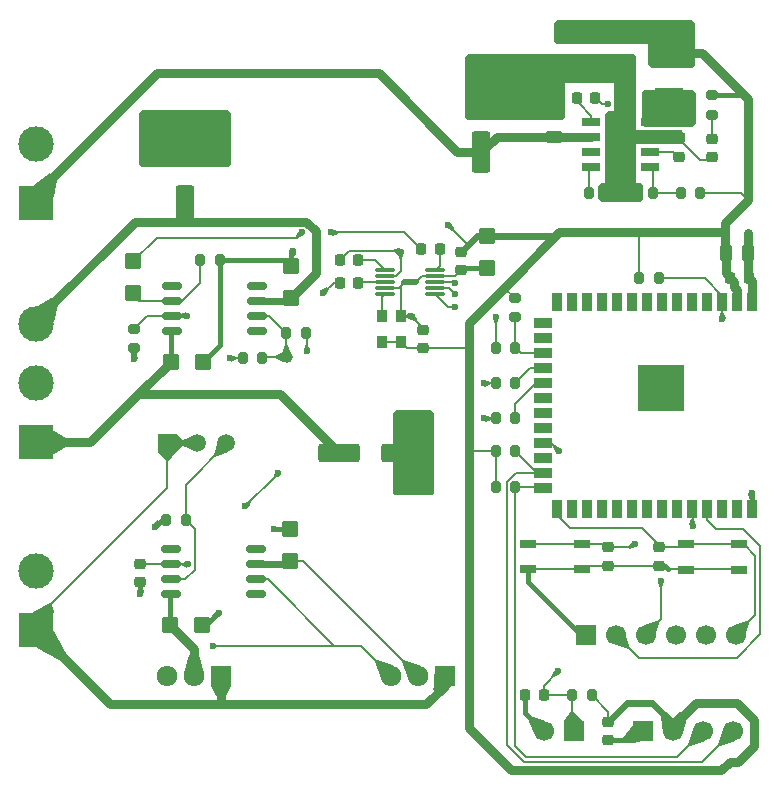
<source format=gbr>
%TF.GenerationSoftware,KiCad,Pcbnew,9.0.3*%
%TF.CreationDate,2025-07-27T16:10:42+12:00*%
%TF.ProjectId,ES-Speed-Box-Controller,45532d53-7065-4656-942d-426f782d436f,rev?*%
%TF.SameCoordinates,Original*%
%TF.FileFunction,Copper,L1,Top*%
%TF.FilePolarity,Positive*%
%FSLAX46Y46*%
G04 Gerber Fmt 4.6, Leading zero omitted, Abs format (unit mm)*
G04 Created by KiCad (PCBNEW 9.0.3) date 2025-07-27 16:10:42*
%MOMM*%
%LPD*%
G01*
G04 APERTURE LIST*
G04 Aperture macros list*
%AMRoundRect*
0 Rectangle with rounded corners*
0 $1 Rounding radius*
0 $2 $3 $4 $5 $6 $7 $8 $9 X,Y pos of 4 corners*
0 Add a 4 corners polygon primitive as box body*
4,1,4,$2,$3,$4,$5,$6,$7,$8,$9,$2,$3,0*
0 Add four circle primitives for the rounded corners*
1,1,$1+$1,$2,$3*
1,1,$1+$1,$4,$5*
1,1,$1+$1,$6,$7*
1,1,$1+$1,$8,$9*
0 Add four rect primitives between the rounded corners*
20,1,$1+$1,$2,$3,$4,$5,0*
20,1,$1+$1,$4,$5,$6,$7,0*
20,1,$1+$1,$6,$7,$8,$9,0*
20,1,$1+$1,$8,$9,$2,$3,0*%
G04 Aperture macros list end*
%TA.AperFunction,EtchedComponent*%
%ADD10C,0.000000*%
%TD*%
%TA.AperFunction,SMDPad,CuDef*%
%ADD11RoundRect,0.225000X-0.225000X-0.250000X0.225000X-0.250000X0.225000X0.250000X-0.225000X0.250000X0*%
%TD*%
%TA.AperFunction,SMDPad,CuDef*%
%ADD12RoundRect,0.250000X-0.445000X0.457500X-0.445000X-0.457500X0.445000X-0.457500X0.445000X0.457500X0*%
%TD*%
%TA.AperFunction,SMDPad,CuDef*%
%ADD13RoundRect,0.225000X0.225000X0.250000X-0.225000X0.250000X-0.225000X-0.250000X0.225000X-0.250000X0*%
%TD*%
%TA.AperFunction,SMDPad,CuDef*%
%ADD14RoundRect,0.250000X-0.457500X-0.445000X0.457500X-0.445000X0.457500X0.445000X-0.457500X0.445000X0*%
%TD*%
%TA.AperFunction,SMDPad,CuDef*%
%ADD15RoundRect,0.200000X0.200000X0.275000X-0.200000X0.275000X-0.200000X-0.275000X0.200000X-0.275000X0*%
%TD*%
%TA.AperFunction,SMDPad,CuDef*%
%ADD16RoundRect,0.200000X-0.275000X0.200000X-0.275000X-0.200000X0.275000X-0.200000X0.275000X0.200000X0*%
%TD*%
%TA.AperFunction,SMDPad,CuDef*%
%ADD17RoundRect,0.250000X0.550000X-1.500000X0.550000X1.500000X-0.550000X1.500000X-0.550000X-1.500000X0*%
%TD*%
%TA.AperFunction,SMDPad,CuDef*%
%ADD18RoundRect,0.200000X-0.200000X-0.275000X0.200000X-0.275000X0.200000X0.275000X-0.200000X0.275000X0*%
%TD*%
%TA.AperFunction,ComponentPad*%
%ADD19R,1.508000X1.508000*%
%TD*%
%TA.AperFunction,ComponentPad*%
%ADD20C,1.508000*%
%TD*%
%TA.AperFunction,ComponentPad*%
%ADD21R,1.710000X1.800000*%
%TD*%
%TA.AperFunction,ComponentPad*%
%ADD22O,1.710000X1.800000*%
%TD*%
%TA.AperFunction,SMDPad,CuDef*%
%ADD23R,2.400000X1.500000*%
%TD*%
%TA.AperFunction,SMDPad,CuDef*%
%ADD24RoundRect,0.225000X-0.250000X0.225000X-0.250000X-0.225000X0.250000X-0.225000X0.250000X0.225000X0*%
%TD*%
%TA.AperFunction,SMDPad,CuDef*%
%ADD25R,0.900000X1.500000*%
%TD*%
%TA.AperFunction,SMDPad,CuDef*%
%ADD26R,1.500000X0.900000*%
%TD*%
%TA.AperFunction,HeatsinkPad*%
%ADD27C,0.600000*%
%TD*%
%TA.AperFunction,HeatsinkPad*%
%ADD28R,3.900000X3.900000*%
%TD*%
%TA.AperFunction,SMDPad,CuDef*%
%ADD29R,1.397000X0.711200*%
%TD*%
%TA.AperFunction,SMDPad,CuDef*%
%ADD30RoundRect,0.250000X-0.475000X0.250000X-0.475000X-0.250000X0.475000X-0.250000X0.475000X0.250000X0*%
%TD*%
%TA.AperFunction,SMDPad,CuDef*%
%ADD31RoundRect,0.250000X0.445000X-0.457500X0.445000X0.457500X-0.445000X0.457500X-0.445000X-0.457500X0*%
%TD*%
%TA.AperFunction,SMDPad,CuDef*%
%ADD32RoundRect,0.225000X0.250000X-0.225000X0.250000X0.225000X-0.250000X0.225000X-0.250000X-0.225000X0*%
%TD*%
%TA.AperFunction,SMDPad,CuDef*%
%ADD33RoundRect,0.087500X-0.725000X-0.087500X0.725000X-0.087500X0.725000X0.087500X-0.725000X0.087500X0*%
%TD*%
%TA.AperFunction,SMDPad,CuDef*%
%ADD34RoundRect,0.250000X1.500000X0.550000X-1.500000X0.550000X-1.500000X-0.550000X1.500000X-0.550000X0*%
%TD*%
%TA.AperFunction,SMDPad,CuDef*%
%ADD35R,1.505000X0.802000*%
%TD*%
%TA.AperFunction,SMDPad,CuDef*%
%ADD36R,2.613000X3.502000*%
%TD*%
%TA.AperFunction,ComponentPad*%
%ADD37R,3.000000X3.000000*%
%TD*%
%TA.AperFunction,ComponentPad*%
%ADD38C,3.000000*%
%TD*%
%TA.AperFunction,ComponentPad*%
%ADD39R,1.700000X1.700000*%
%TD*%
%TA.AperFunction,ComponentPad*%
%ADD40C,1.700000*%
%TD*%
%TA.AperFunction,SMDPad,CuDef*%
%ADD41RoundRect,0.218750X0.256250X-0.218750X0.256250X0.218750X-0.256250X0.218750X-0.256250X-0.218750X0*%
%TD*%
%TA.AperFunction,SMDPad,CuDef*%
%ADD42RoundRect,0.162500X-0.650000X-0.162500X0.650000X-0.162500X0.650000X0.162500X-0.650000X0.162500X0*%
%TD*%
%TA.AperFunction,SMDPad,CuDef*%
%ADD43R,0.900000X1.000000*%
%TD*%
%TA.AperFunction,SMDPad,CuDef*%
%ADD44C,0.500000*%
%TD*%
%TA.AperFunction,SMDPad,CuDef*%
%ADD45RoundRect,0.200000X0.275000X-0.200000X0.275000X0.200000X-0.275000X0.200000X-0.275000X-0.200000X0*%
%TD*%
%TA.AperFunction,SMDPad,CuDef*%
%ADD46RoundRect,0.250000X-0.250000X-0.475000X0.250000X-0.475000X0.250000X0.475000X-0.250000X0.475000X0*%
%TD*%
%TA.AperFunction,SMDPad,CuDef*%
%ADD47C,1.000000*%
%TD*%
%TA.AperFunction,SMDPad,CuDef*%
%ADD48RoundRect,0.250000X0.475000X-0.250000X0.475000X0.250000X-0.475000X0.250000X-0.475000X-0.250000X0*%
%TD*%
%TA.AperFunction,ViaPad*%
%ADD49C,0.600000*%
%TD*%
%TA.AperFunction,Conductor*%
%ADD50C,0.600000*%
%TD*%
%TA.AperFunction,Conductor*%
%ADD51C,0.200000*%
%TD*%
%TA.AperFunction,Conductor*%
%ADD52C,0.800000*%
%TD*%
%TA.AperFunction,Conductor*%
%ADD53C,0.400000*%
%TD*%
%TA.AperFunction,Conductor*%
%ADD54C,0.127000*%
%TD*%
G04 APERTURE END LIST*
D10*
%TA.AperFunction,EtchedComponent*%
%TO.C,NT400*%
G36*
X100175001Y-53225000D02*
G01*
X99175001Y-53225000D01*
X99175001Y-52725000D01*
X100175001Y-52725000D01*
X100175001Y-53225000D01*
G37*
%TD.AperFunction*%
%TD*%
D11*
%TO.P,C405,1*%
%TO.N,/IO - AD9833 DDS/DDS_OUT*%
X100600002Y-50175000D03*
%TO.P,C405,2*%
%TO.N,Net-(U400-VOUT)*%
X102150002Y-50175000D03*
%TD*%
D12*
%TO.P,C402,1*%
%TO.N,+3.3VDC*%
X106175002Y-49022500D03*
%TO.P,C402,2*%
%TO.N,AGND*%
X106175002Y-51727500D03*
%TD*%
D13*
%TO.P,C202,1*%
%TO.N,Net-(U200-SW)*%
X115350000Y-37400000D03*
%TO.P,C202,2*%
%TO.N,Net-(U200-BST)*%
X113800000Y-37400000D03*
%TD*%
D14*
%TO.P,C502,1*%
%TO.N,-24VDC*%
X79447500Y-59700000D03*
%TO.P,C502,2*%
%TO.N,GND*%
X82152500Y-59700000D03*
%TD*%
D15*
%TO.P,R504,1*%
%TO.N,Net-(U501-IN+)*%
X80675000Y-73100000D03*
%TO.P,R504,2*%
%TO.N,GND*%
X79025000Y-73100000D03*
%TD*%
D16*
%TO.P,R501,1*%
%TO.N,Net-(U500-IN+)*%
X76250000Y-56925000D03*
%TO.P,R501,2*%
%TO.N,GND*%
X76250000Y-58575000D03*
%TD*%
D15*
%TO.P,R303,1*%
%TO.N,/MCU - ESP32S3/CLK*%
X108550000Y-61500000D03*
%TO.P,R303,2*%
%TO.N,/IO - AD9833 DDS/SPI_CLK*%
X106900000Y-61500000D03*
%TD*%
%TO.P,R201,1*%
%TO.N,+3.3VDC*%
X124225000Y-45400000D03*
%TO.P,R201,2*%
%TO.N,Net-(U200-FB)*%
X122575000Y-45400000D03*
%TD*%
D17*
%TO.P,C601,1*%
%TO.N,+24VDC*%
X80600000Y-46500000D03*
%TO.P,C601,2*%
%TO.N,GND*%
X80600000Y-41100000D03*
%TD*%
D18*
%TO.P,R305,1*%
%TO.N,+3.3VDC*%
X106925000Y-67250000D03*
%TO.P,R305,2*%
%TO.N,/MCU - ESP32S3/I2C_SDA*%
X108575000Y-67250000D03*
%TD*%
%TO.P,R500,1*%
%TO.N,Net-(U500-IN-)*%
X81875000Y-51100000D03*
%TO.P,R500,2*%
%TO.N,GND*%
X83525000Y-51100000D03*
%TD*%
D19*
%TO.P,RV500,1,1*%
%TO.N,/IO - Power Connectors/POWER_AMP_OUT*%
X79100000Y-66594293D03*
D20*
%TO.P,RV500,2,2*%
X81600000Y-66594293D03*
%TO.P,RV500,3,3*%
%TO.N,Net-(U501-IN+)*%
X84100000Y-66594293D03*
%TD*%
D15*
%TO.P,R503,1*%
%TO.N,Net-(U501-IN-)*%
X90825000Y-57300000D03*
%TO.P,R503,2*%
%TO.N,Net-(U500-OUT)*%
X89175000Y-57300000D03*
%TD*%
D21*
%TO.P,Q500,1,E*%
%TO.N,/IO - Power Connectors/POWER_AMP_OUT*%
X102575000Y-86275002D03*
D22*
%TO.P,Q500,2,C*%
%TO.N,+24VDC*%
X100295001Y-86275002D03*
%TO.P,Q500,3,B*%
%TO.N,Net-(Q500-B)*%
X98015000Y-86275002D03*
%TD*%
D23*
%TO.P,L200,1,1*%
%TO.N,Net-(U200-SW)*%
X121600000Y-37250001D03*
%TO.P,L200,2,2*%
%TO.N,+3.3VDC*%
X121600000Y-33549999D03*
%TD*%
D24*
%TO.P,C302,1*%
%TO.N,/MCU - ESP32S3/ENABLE*%
X116450000Y-75425000D03*
%TO.P,C302,2*%
%TO.N,GND*%
X116450000Y-76975000D03*
%TD*%
%TO.P,C303,1*%
%TO.N,/MCU - ESP32S3/BOOT*%
X120725000Y-75425000D03*
%TO.P,C303,2*%
%TO.N,GND*%
X120725000Y-76975000D03*
%TD*%
D15*
%TO.P,R301,1*%
%TO.N,/MCU - ESP32S3/CS*%
X108575000Y-58500000D03*
%TO.P,R301,2*%
%TO.N,/IO - AD9833 DDS/SPI_CS*%
X106925000Y-58500000D03*
%TD*%
D25*
%TO.P,U300,1,GND*%
%TO.N,GND*%
X128635000Y-54650000D03*
%TO.P,U300,2,3V3*%
%TO.N,+3.3VDC*%
X127365000Y-54650000D03*
%TO.P,U300,3,EN*%
%TO.N,/MCU - ESP32S3/ENABLE*%
X126095000Y-54650000D03*
%TO.P,U300,4,IO4*%
%TO.N,unconnected-(U300-IO4-Pad4)*%
X124825000Y-54650000D03*
%TO.P,U300,5,IO5*%
%TO.N,unconnected-(U300-IO5-Pad5)*%
X123555000Y-54650000D03*
%TO.P,U300,6,IO6*%
%TO.N,unconnected-(U300-IO6-Pad6)*%
X122285000Y-54650000D03*
%TO.P,U300,7,IO7*%
%TO.N,unconnected-(U300-IO7-Pad7)*%
X121015000Y-54650000D03*
%TO.P,U300,8,IO15*%
%TO.N,unconnected-(U300-IO15-Pad8)*%
X119745000Y-54650000D03*
%TO.P,U300,9,IO16*%
%TO.N,unconnected-(U300-IO16-Pad9)*%
X118475000Y-54650000D03*
%TO.P,U300,10,IO17*%
%TO.N,unconnected-(U300-IO17-Pad10)*%
X117205000Y-54650000D03*
%TO.P,U300,11,IO18*%
%TO.N,unconnected-(U300-IO18-Pad11)*%
X115935000Y-54650000D03*
%TO.P,U300,12,IO8*%
%TO.N,unconnected-(U300-IO8-Pad12)*%
X114665000Y-54650000D03*
%TO.P,U300,13,USB_D-*%
%TO.N,unconnected-(U300-USB_D--Pad13)*%
X113395000Y-54650000D03*
%TO.P,U300,14,USB_D+*%
%TO.N,unconnected-(U300-USB_D+-Pad14)*%
X112125000Y-54650000D03*
D26*
%TO.P,U300,15,IO3*%
%TO.N,unconnected-(U300-IO3-Pad15)*%
X110875000Y-56415000D03*
%TO.P,U300,16,IO46*%
%TO.N,unconnected-(U300-IO46-Pad16)*%
X110875000Y-57685000D03*
%TO.P,U300,17,IO9*%
%TO.N,/MCU - ESP32S3/CS*%
X110875000Y-58955000D03*
%TO.P,U300,18,IO10*%
%TO.N,/MCU - ESP32S3/CLK*%
X110875000Y-60225000D03*
%TO.P,U300,19,IO11*%
%TO.N,/MCU - ESP32S3/MOSI*%
X110875000Y-61495000D03*
%TO.P,U300,20,IO12*%
%TO.N,unconnected-(U300-IO12-Pad20)*%
X110875000Y-62765000D03*
%TO.P,U300,21,IO13*%
%TO.N,unconnected-(U300-IO13-Pad21)*%
X110875000Y-64035000D03*
%TO.P,U300,22,IO14*%
%TO.N,unconnected-(U300-IO14-Pad22)*%
X110875000Y-65305000D03*
%TO.P,U300,23,IO21*%
%TO.N,/MCU - ESP32S3/SPEED*%
X110875000Y-66575000D03*
%TO.P,U300,24,IO47*%
%TO.N,unconnected-(U300-IO47-Pad24)*%
X110875000Y-67845000D03*
%TO.P,U300,25,IO48*%
%TO.N,/MCU - ESP32S3/I2C_SDA*%
X110875000Y-69115000D03*
%TO.P,U300,26,IO45*%
%TO.N,/MCU - ESP32S3/I2C_SCL*%
X110875000Y-70385000D03*
D25*
%TO.P,U300,27,IO0*%
%TO.N,/MCU - ESP32S3/BOOT*%
X112125000Y-72150000D03*
%TO.P,U300,28,IO35*%
%TO.N,unconnected-(U300-IO35-Pad28)*%
X113395000Y-72150000D03*
%TO.P,U300,29,IO36*%
%TO.N,unconnected-(U300-IO36-Pad29)*%
X114665000Y-72150000D03*
%TO.P,U300,30,IO37*%
%TO.N,unconnected-(U300-IO37-Pad30)*%
X115935000Y-72150000D03*
%TO.P,U300,31,IO38*%
%TO.N,unconnected-(U300-IO38-Pad31)*%
X117205000Y-72150000D03*
%TO.P,U300,32,IO39*%
%TO.N,unconnected-(U300-IO39-Pad32)*%
X118475000Y-72150000D03*
%TO.P,U300,33,IO40*%
%TO.N,unconnected-(U300-IO40-Pad33)*%
X119745000Y-72150000D03*
%TO.P,U300,34,IO41*%
%TO.N,unconnected-(U300-IO41-Pad34)*%
X121015000Y-72150000D03*
%TO.P,U300,35,IO42*%
%TO.N,unconnected-(U300-IO42-Pad35)*%
X122285000Y-72150000D03*
%TO.P,U300,36,RXD0*%
%TO.N,/MCU - ESP32S3/ESP_RXD*%
X123555000Y-72150000D03*
%TO.P,U300,37,TXD0*%
%TO.N,/MCU - ESP32S3/ESP_TXD*%
X124825000Y-72150000D03*
%TO.P,U300,38,IO2*%
%TO.N,unconnected-(U300-IO2-Pad38)*%
X126095000Y-72150000D03*
%TO.P,U300,39,IO1*%
%TO.N,unconnected-(U300-IO1-Pad39)*%
X127365000Y-72150000D03*
%TO.P,U300,40,GND*%
%TO.N,GND*%
X128635000Y-72150000D03*
D27*
%TO.P,U300,41,GND*%
X121615000Y-60500000D03*
X120215000Y-60500000D03*
X122315000Y-61200000D03*
X120915000Y-61200000D03*
X119515000Y-61200000D03*
X121615000Y-61900000D03*
D28*
X120915000Y-61900000D03*
D27*
X120215000Y-61900000D03*
X122315000Y-62600000D03*
X120915000Y-62600000D03*
X119515000Y-62600000D03*
X121615000Y-63300000D03*
X120215000Y-63300000D03*
%TD*%
D18*
%TO.P,R200,1*%
%TO.N,Net-(U200-RT{slash}CLK)*%
X114775000Y-45400000D03*
%TO.P,R200,2*%
%TO.N,GND*%
X116425000Y-45400000D03*
%TD*%
D29*
%TO.P,SW301,1,1*%
%TO.N,GND*%
X127510601Y-77299999D03*
%TO.P,SW301,2,2*%
X122989399Y-77299999D03*
%TO.P,SW301,3,K*%
%TO.N,/MCU - ESP32S3/BOOT*%
X127510601Y-75150001D03*
%TO.P,SW301,4,A*%
X122989399Y-75150001D03*
%TD*%
D11*
%TO.P,C404,1*%
%TO.N,+3.3VDC*%
X93700001Y-51075001D03*
%TO.P,C404,2*%
%TO.N,Net-(U400-COMP)*%
X95250001Y-51075001D03*
%TD*%
D18*
%TO.P,R307,1*%
%TO.N,/MCU - ESP32S3/SPEED*%
X113375000Y-87900000D03*
%TO.P,R307,2*%
%TO.N,+3.3VDC*%
X115025000Y-87900000D03*
%TD*%
D24*
%TO.P,C304,1*%
%TO.N,+3.3VDC*%
X116450000Y-90200000D03*
%TO.P,C304,2*%
%TO.N,GND*%
X116450000Y-91750000D03*
%TD*%
D30*
%TO.P,C204,1*%
%TO.N,+3.3VDC*%
X113400000Y-32287500D03*
%TO.P,C204,2*%
%TO.N,GND*%
X113400000Y-34187500D03*
%TD*%
D31*
%TO.P,C504,1*%
%TO.N,+24VDC*%
X89525000Y-76577500D03*
%TO.P,C504,2*%
%TO.N,GND*%
X89525000Y-73872500D03*
%TD*%
D32*
%TO.P,C203,1*%
%TO.N,Net-(U200-SS)*%
X122400000Y-42375000D03*
%TO.P,C203,2*%
%TO.N,GND*%
X122400000Y-40825000D03*
%TD*%
D11*
%TO.P,C300,1*%
%TO.N,+3.3VDC*%
X126775000Y-52600000D03*
%TO.P,C300,2*%
%TO.N,GND*%
X128325000Y-52600000D03*
%TD*%
D33*
%TO.P,U400,1,COMP*%
%TO.N,Net-(U400-COMP)*%
X97562501Y-51975000D03*
%TO.P,U400,2,VDD*%
%TO.N,+3.3VDC*%
X97562501Y-52475001D03*
%TO.P,U400,3,CAP/2.5V*%
%TO.N,Net-(U400-CAP{slash}2.5V)*%
X97562501Y-52975000D03*
%TO.P,U400,4,DGND*%
%TO.N,GND*%
X97562501Y-53474999D03*
%TO.P,U400,5,MCLK*%
%TO.N,Net-(U400-MCLK)*%
X97562501Y-53975000D03*
%TO.P,U400,6,SDATA*%
%TO.N,/IO - AD9833 DDS/SPI_MOSI*%
X101787501Y-53975000D03*
%TO.P,U400,7,SCLK*%
%TO.N,/IO - AD9833 DDS/SPI_CLK*%
X101787501Y-53474999D03*
%TO.P,U400,8,~{FSYNC}*%
%TO.N,/IO - AD9833 DDS/SPI_CS*%
X101787501Y-52975000D03*
%TO.P,U400,9,AGND*%
%TO.N,AGND*%
X101787501Y-52475001D03*
%TO.P,U400,10,VOUT*%
%TO.N,Net-(U400-VOUT)*%
X101787501Y-51975000D03*
%TD*%
D34*
%TO.P,C602,1*%
%TO.N,GND*%
X99000000Y-67400000D03*
%TO.P,C602,2*%
%TO.N,-24VDC*%
X93600000Y-67400000D03*
%TD*%
D35*
%TO.P,U200,1,BST*%
%TO.N,Net-(U200-BST)*%
X115000000Y-39400000D03*
%TO.P,U200,2,VIN*%
%TO.N,+12VDC*%
X115000000Y-40670000D03*
%TO.P,U200,3,EN*%
%TO.N,unconnected-(U200-EN-Pad3)*%
X115000000Y-41940000D03*
%TO.P,U200,4,RT/CLK*%
%TO.N,Net-(U200-RT{slash}CLK)*%
X115000000Y-43210000D03*
%TO.P,U200,5,FB*%
%TO.N,Net-(U200-FB)*%
X119995000Y-43210000D03*
%TO.P,U200,6,SS*%
%TO.N,Net-(U200-SS)*%
X119995000Y-41940000D03*
%TO.P,U200,7,GND*%
%TO.N,GND*%
X119995000Y-40670000D03*
%TO.P,U200,8,SW*%
%TO.N,Net-(U200-SW)*%
X119995000Y-39400000D03*
D36*
%TO.P,U200,9,GND*%
%TO.N,GND*%
X117497500Y-41305000D03*
%TD*%
D18*
%TO.P,R306,1*%
%TO.N,+3.3VDC*%
X106925000Y-70350000D03*
%TO.P,R306,2*%
%TO.N,/MCU - ESP32S3/I2C_SCL*%
X108575000Y-70350000D03*
%TD*%
D13*
%TO.P,C401,1*%
%TO.N,Net-(U400-CAP{slash}2.5V)*%
X95250001Y-53025000D03*
%TO.P,C401,2*%
%TO.N,GND*%
X93700001Y-53025000D03*
%TD*%
D17*
%TO.P,C600,1*%
%TO.N,+12VDC*%
X105700000Y-41950000D03*
%TO.P,C600,2*%
%TO.N,GND*%
X105700000Y-36550000D03*
%TD*%
D37*
%TO.P,J601,1,Pin_1*%
%TO.N,-24VDC*%
X68007500Y-66537500D03*
D38*
%TO.P,J601,2,Pin_2*%
%TO.N,GND*%
X68007500Y-61537500D03*
%TO.P,J601,3,Pin_3*%
%TO.N,+24VDC*%
X68007500Y-56537500D03*
%TD*%
D39*
%TO.P,J302,1,Pin_1*%
%TO.N,/MCU - ESP32S3/SPEED*%
X113500000Y-91000000D03*
D40*
%TO.P,J302,2,Pin_2*%
%TO.N,GND*%
X110960000Y-91000000D03*
%TD*%
D15*
%TO.P,R302,1*%
%TO.N,/MCU - ESP32S3/MOSI*%
X108575000Y-64500000D03*
%TO.P,R302,2*%
%TO.N,/IO - AD9833 DDS/SPI_MOSI*%
X106925000Y-64500000D03*
%TD*%
D41*
%TO.P,D200,1,K*%
%TO.N,GND*%
X125200000Y-42387501D03*
%TO.P,D200,2,A*%
%TO.N,Net-(D200-A)*%
X125200000Y-40812499D03*
%TD*%
D15*
%TO.P,R202,1*%
%TO.N,Net-(U200-FB)*%
X120225000Y-45400000D03*
%TO.P,R202,2*%
%TO.N,GND*%
X118575000Y-45400000D03*
%TD*%
D24*
%TO.P,C503,1*%
%TO.N,Net-(U501-IN-)*%
X76825000Y-76825000D03*
%TO.P,C503,2*%
%TO.N,GND*%
X76825000Y-78375000D03*
%TD*%
D39*
%TO.P,J300,1,Pin_1*%
%TO.N,GND*%
X114515000Y-82800000D03*
D40*
%TO.P,J300,2,Pin_2*%
%TO.N,/MCU - ESP32S3/ESP_TXD*%
X117055000Y-82800000D03*
%TO.P,J300,3,Pin_3*%
%TO.N,/MCU - ESP32S3/ESP_RXD*%
X119595000Y-82800000D03*
%TO.P,J300,4,Pin_4*%
%TO.N,+3.3VDC*%
X122135000Y-82800000D03*
%TO.P,J300,5,Pin_5*%
%TO.N,/MCU - ESP32S3/ENABLE*%
X124675000Y-82800000D03*
%TO.P,J300,6,Pin_6*%
%TO.N,/MCU - ESP32S3/BOOT*%
X127215000Y-82800000D03*
%TD*%
D29*
%TO.P,SW300,1,1*%
%TO.N,GND*%
X114185601Y-77274999D03*
%TO.P,SW300,2,2*%
X109664399Y-77274999D03*
%TO.P,SW300,3,K*%
%TO.N,/MCU - ESP32S3/ENABLE*%
X114185601Y-75125001D03*
%TO.P,SW300,4,A*%
X109664399Y-75125001D03*
%TD*%
D15*
%TO.P,R502,1*%
%TO.N,Net-(U500-OUT)*%
X87125000Y-59400000D03*
%TO.P,R502,2*%
%TO.N,Net-(U500-IN+)*%
X85475000Y-59400000D03*
%TD*%
D42*
%TO.P,U501,1,Offset_Trim*%
%TO.N,unconnected-(U501-Offset_Trim-Pad1)*%
X79412500Y-75595000D03*
%TO.P,U501,2,IN-*%
%TO.N,Net-(U501-IN-)*%
X79412500Y-76865000D03*
%TO.P,U501,3,IN+*%
%TO.N,Net-(U501-IN+)*%
X79412500Y-78135000D03*
%TO.P,U501,4,VS-*%
%TO.N,-24VDC*%
X79412500Y-79405000D03*
%TO.P,U501,5,Offset_Trim*%
%TO.N,unconnected-(U501-Offset_Trim-Pad5)*%
X86587500Y-79405000D03*
%TO.P,U501,6,OUT*%
%TO.N,Net-(Q500-B)*%
X86587500Y-78135000D03*
%TO.P,U501,7,VS+*%
%TO.N,+24VDC*%
X86587500Y-76865000D03*
%TO.P,U501,8,NC*%
%TO.N,unconnected-(U501-NC-Pad8)*%
X86587500Y-75595000D03*
%TD*%
D43*
%TO.P,Y400,1,EN*%
%TO.N,+3.3VDC*%
X98849999Y-58000000D03*
%TO.P,Y400,2,GND*%
%TO.N,GND*%
X98849999Y-55850000D03*
%TO.P,Y400,3,OUT*%
%TO.N,Net-(U400-MCLK)*%
X97299999Y-55850000D03*
%TO.P,Y400,4,V+*%
%TO.N,+3.3VDC*%
X97299999Y-58000000D03*
%TD*%
D32*
%TO.P,C403,1*%
%TO.N,AGND*%
X103975002Y-51950000D03*
%TO.P,C403,2*%
%TO.N,+3.3VDC*%
X103975002Y-50400000D03*
%TD*%
D14*
%TO.P,C505,1*%
%TO.N,-24VDC*%
X79322500Y-82000000D03*
%TO.P,C505,2*%
%TO.N,GND*%
X82027500Y-82000000D03*
%TD*%
D12*
%TO.P,C500,1*%
%TO.N,/IO - AD9833 DDS/DDS_OUT*%
X76200000Y-51197500D03*
%TO.P,C500,2*%
%TO.N,Net-(U500-IN-)*%
X76200000Y-53902500D03*
%TD*%
D37*
%TO.P,J602,1,Pin_1*%
%TO.N,/IO - Power Connectors/POWER_AMP_OUT*%
X68007500Y-82437501D03*
D38*
%TO.P,J602,2,Pin_2*%
%TO.N,GND*%
X68007500Y-77437501D03*
%TD*%
D32*
%TO.P,C400,1*%
%TO.N,+3.3VDC*%
X100775001Y-58550000D03*
%TO.P,C400,2*%
%TO.N,GND*%
X100775001Y-57000000D03*
%TD*%
D16*
%TO.P,R203,1*%
%TO.N,+3.3VDC*%
X125200000Y-37150000D03*
%TO.P,R203,2*%
%TO.N,Net-(D200-A)*%
X125200000Y-38800000D03*
%TD*%
D30*
%TO.P,C205,1*%
%TO.N,+3.3VDC*%
X117200000Y-32287500D03*
%TO.P,C205,2*%
%TO.N,GND*%
X117200000Y-34187500D03*
%TD*%
D44*
%TO.P,NT400,1,1*%
%TO.N,GND*%
X99175002Y-52975000D03*
%TO.P,NT400,2,2*%
%TO.N,AGND*%
X100175000Y-52975000D03*
%TD*%
D39*
%TO.P,J301,1,Pin_1*%
%TO.N,GND*%
X119380000Y-91000000D03*
D40*
%TO.P,J301,2,Pin_2*%
%TO.N,+3.3VDC*%
X121920000Y-91000000D03*
%TO.P,J301,3,Pin_3*%
%TO.N,/MCU - ESP32S3/I2C_SCL*%
X124459999Y-91000000D03*
%TO.P,J301,4,Pin_4*%
%TO.N,/MCU - ESP32S3/I2C_SDA*%
X127000000Y-91000000D03*
%TD*%
D21*
%TO.P,Q501,1,E*%
%TO.N,/IO - Power Connectors/POWER_AMP_OUT*%
X83652499Y-86275002D03*
D22*
%TO.P,Q501,2,C*%
%TO.N,-24VDC*%
X81372500Y-86275002D03*
%TO.P,Q501,3,B*%
%TO.N,Net-(Q500-B)*%
X79092499Y-86275002D03*
%TD*%
D45*
%TO.P,R300,1*%
%TO.N,/MCU - ESP32S3/CS*%
X108500000Y-55950000D03*
%TO.P,R300,2*%
%TO.N,+3.3VDC*%
X108500000Y-54300000D03*
%TD*%
D46*
%TO.P,C301,1*%
%TO.N,+3.3VDC*%
X126375000Y-50475000D03*
%TO.P,C301,2*%
%TO.N,GND*%
X128275000Y-50475000D03*
%TD*%
D47*
%TO.P,TP500,1,1*%
%TO.N,Net-(U500-OUT)*%
X89200000Y-59300000D03*
%TD*%
D31*
%TO.P,C501,1*%
%TO.N,+24VDC*%
X89600000Y-54277500D03*
%TO.P,C501,2*%
%TO.N,GND*%
X89600000Y-51572500D03*
%TD*%
D15*
%TO.P,R304,1*%
%TO.N,/MCU - ESP32S3/ENABLE*%
X120700000Y-52650000D03*
%TO.P,R304,2*%
%TO.N,+3.3VDC*%
X119050000Y-52650000D03*
%TD*%
D37*
%TO.P,J600,1,Pin_1*%
%TO.N,+12VDC*%
X68007500Y-46237500D03*
D38*
%TO.P,J600,2,Pin_2*%
%TO.N,GND*%
X68007500Y-41237500D03*
%TD*%
D42*
%TO.P,U500,1,Offset_Trim*%
%TO.N,unconnected-(U500-Offset_Trim-Pad1)*%
X79512500Y-53295000D03*
%TO.P,U500,2,IN-*%
%TO.N,Net-(U500-IN-)*%
X79512500Y-54565000D03*
%TO.P,U500,3,IN+*%
%TO.N,Net-(U500-IN+)*%
X79512500Y-55835000D03*
%TO.P,U500,4,VS-*%
%TO.N,-24VDC*%
X79512500Y-57105000D03*
%TO.P,U500,5,Offset_Trim*%
%TO.N,unconnected-(U500-Offset_Trim-Pad5)*%
X86687500Y-57105000D03*
%TO.P,U500,6,OUT*%
%TO.N,Net-(U500-OUT)*%
X86687500Y-55835000D03*
%TO.P,U500,7,VS+*%
%TO.N,+24VDC*%
X86687500Y-54565000D03*
%TO.P,U500,8,NC*%
%TO.N,unconnected-(U500-NC-Pad8)*%
X86687500Y-53295000D03*
%TD*%
D13*
%TO.P,C305,1*%
%TO.N,/MCU - ESP32S3/SPEED*%
X110975000Y-87900000D03*
%TO.P,C305,2*%
%TO.N,GND*%
X109425000Y-87900000D03*
%TD*%
D48*
%TO.P,C201,1*%
%TO.N,+12VDC*%
X111800000Y-40650000D03*
%TO.P,C201,2*%
%TO.N,GND*%
X111800000Y-38750000D03*
%TD*%
D49*
%TO.N,GND*%
X100300000Y-65600000D03*
X77100000Y-38800000D03*
X84100000Y-39800000D03*
X117497500Y-40200000D03*
X128275000Y-48775000D03*
X82100000Y-38800000D03*
X118300000Y-42450000D03*
X111100000Y-35250000D03*
X109850000Y-36250000D03*
X101300000Y-64600000D03*
X78100000Y-38800000D03*
X83100000Y-39800000D03*
X88125000Y-73900000D03*
X111100000Y-34250000D03*
X108850000Y-34250000D03*
X89700000Y-50300000D03*
X128575000Y-70800000D03*
X83100000Y-38800000D03*
X109850000Y-35250000D03*
X99775002Y-55850000D03*
X78100000Y-39800000D03*
X117497500Y-41305000D03*
X77100000Y-39800000D03*
X116650000Y-42450000D03*
X79100000Y-39800000D03*
X109850000Y-37000000D03*
X116650000Y-40200000D03*
X78025000Y-73700000D03*
X111100000Y-37000000D03*
X107850000Y-34250000D03*
X76300000Y-59500000D03*
X112350000Y-36250000D03*
X118300000Y-40200000D03*
X79100000Y-38800000D03*
X100300000Y-70300000D03*
X101300000Y-69300000D03*
X101300000Y-70300000D03*
X76825000Y-79375000D03*
X112350000Y-37000000D03*
X118300000Y-41305000D03*
X109850000Y-34250000D03*
X83450000Y-81000000D03*
X100300000Y-64600000D03*
X100300000Y-69300000D03*
X101300000Y-65600000D03*
X108850000Y-35250000D03*
X111100000Y-36250000D03*
X117500000Y-42450000D03*
X107850000Y-35250000D03*
X82100000Y-39800000D03*
X92300000Y-53900000D03*
X84100000Y-38800000D03*
X116650000Y-41300000D03*
%TO.N,Net-(U200-SW)*%
X116375000Y-37925000D03*
X121400000Y-39400000D03*
%TO.N,+3.3VDC*%
X102900000Y-48150000D03*
X98850000Y-50400000D03*
%TO.N,/MCU - ESP32S3/ENABLE*%
X126075000Y-56100000D03*
X118675000Y-75100000D03*
%TO.N,/MCU - ESP32S3/ESP_RXD*%
X123575000Y-73600000D03*
X120900000Y-78275000D03*
%TO.N,Net-(Q500-B)*%
X82994631Y-83757756D03*
%TO.N,/IO - AD9833 DDS/SPI_CLK*%
X105900000Y-61525000D03*
X103450000Y-54000000D03*
%TO.N,/IO - AD9833 DDS/SPI_MOSI*%
X105925000Y-64500000D03*
X103450000Y-55075000D03*
%TO.N,/IO - AD9833 DDS/SPI_CS*%
X106925000Y-55925000D03*
X103428107Y-53075001D03*
%TO.N,Net-(U500-IN+)*%
X80775000Y-55800000D03*
X84450000Y-59400000D03*
%TO.N,Net-(U501-IN-)*%
X85700000Y-71950000D03*
X88500000Y-69100000D03*
X90900000Y-58800000D03*
X80850000Y-76850000D03*
%TO.N,/IO - AD9833 DDS/DDS_OUT*%
X93000000Y-48750000D03*
X90500000Y-48750000D03*
%TO.N,/MCU - ESP32S3/SPEED*%
X112200000Y-85925000D03*
X112225000Y-67225000D03*
%TD*%
D50*
%TO.N,+24VDC*%
X86587500Y-76865000D02*
X88887500Y-76865000D01*
D51*
X89525000Y-76577500D02*
X90597500Y-76577500D01*
D52*
X91700000Y-52177500D02*
X91700000Y-48675793D01*
X90873207Y-47849000D02*
X76351000Y-47849000D01*
D50*
X88887500Y-76865000D02*
X89500000Y-76252500D01*
D52*
X68000000Y-56200000D02*
X68000000Y-57284576D01*
D51*
X100295001Y-86275001D02*
X100295001Y-86275002D01*
D52*
X91700000Y-48675793D02*
X90873207Y-47849000D01*
X76351000Y-47849000D02*
X68000000Y-56200000D01*
D53*
X89312500Y-54565000D02*
X89600000Y-54277500D01*
D50*
X86687500Y-54565000D02*
X89312500Y-54565000D01*
D52*
X89600000Y-54277500D02*
X91700000Y-52177500D01*
D51*
X90597500Y-76577500D02*
X100295001Y-86275001D01*
D54*
%TO.N,GND*%
X82027500Y-82000000D02*
X82350000Y-82000000D01*
D53*
X89700000Y-50500000D02*
X89600000Y-50600000D01*
D51*
X125200000Y-42587501D02*
X124162501Y-42587501D01*
D50*
X128275000Y-52550000D02*
X128325000Y-52600000D01*
D53*
X89127500Y-51100000D02*
X89600000Y-51572500D01*
X79025000Y-73100000D02*
X78625000Y-73100000D01*
D51*
X98850000Y-55850000D02*
X98850001Y-53300003D01*
D52*
X128635000Y-54650000D02*
X128635000Y-52910000D01*
D53*
X128635000Y-70860000D02*
X128635000Y-72150000D01*
D51*
X114485600Y-76975000D02*
X114185601Y-77274999D01*
D53*
X89175000Y-73872500D02*
X89500000Y-73547500D01*
D51*
X100775000Y-57000000D02*
X100775001Y-56850000D01*
D52*
X128275000Y-50475000D02*
X128275000Y-52550000D01*
D53*
X89700000Y-50300000D02*
X89700000Y-50500000D01*
X121200000Y-76975000D02*
X121499999Y-77274999D01*
X83525000Y-58327500D02*
X83525000Y-51100000D01*
D51*
X128035601Y-77274999D02*
X123514399Y-77274999D01*
X98675004Y-53475000D02*
X97562501Y-53475000D01*
X122964399Y-77274999D02*
X122989399Y-77299999D01*
X124162501Y-42587501D02*
X122400000Y-40825000D01*
D53*
X83350000Y-81000000D02*
X83450000Y-81000000D01*
X78625000Y-73100000D02*
X78025000Y-73700000D01*
X82152500Y-59700000D02*
X83525000Y-58327500D01*
D51*
X114185601Y-77274999D02*
X109664399Y-77274999D01*
X99175003Y-52975000D02*
X98675004Y-53475000D01*
D53*
X88422500Y-73872500D02*
X89175000Y-73872500D01*
D51*
X121224999Y-77274999D02*
X120925000Y-76975000D01*
X99775002Y-55850000D02*
X98850000Y-55850000D01*
D53*
X88395000Y-73900000D02*
X88422500Y-73872500D01*
X76825000Y-78375000D02*
X76825000Y-79375000D01*
D51*
X93700001Y-53025000D02*
X93175000Y-53025000D01*
X120725000Y-76975000D02*
X121200000Y-76975000D01*
D53*
X109664399Y-78374399D02*
X109664399Y-77274999D01*
X116450000Y-91750000D02*
X118630000Y-91750000D01*
X118630000Y-91750000D02*
X119380000Y-91000000D01*
D52*
X128275000Y-50475000D02*
X128275000Y-48775000D01*
D51*
X93175000Y-53025000D02*
X92300000Y-53900000D01*
X116450000Y-76975000D02*
X114485600Y-76975000D01*
D53*
X128575000Y-70800000D02*
X128635000Y-70860000D01*
X76250000Y-58575000D02*
X76250000Y-59450000D01*
D52*
X128635000Y-52910000D02*
X128325000Y-52600000D01*
D53*
X83525000Y-51100000D02*
X89127500Y-51100000D01*
D51*
X120725000Y-76975000D02*
X116450000Y-76975000D01*
D53*
X114515000Y-83225000D02*
X109664399Y-78374399D01*
D51*
X120925000Y-76975000D02*
X120725000Y-76975000D01*
D53*
X82350000Y-82000000D02*
X83350000Y-81000000D01*
X89600000Y-50600000D02*
X89600000Y-51572500D01*
X76250000Y-59450000D02*
X76300000Y-59500000D01*
D51*
X100775001Y-56850000D02*
X99775002Y-55850000D01*
X121499999Y-77274999D02*
X122964399Y-77274999D01*
D53*
X109425000Y-89465000D02*
X110960000Y-91000000D01*
X88125000Y-73900000D02*
X88395000Y-73900000D01*
D51*
X98850001Y-53300003D02*
X99175003Y-52975000D01*
D53*
X109425000Y-87900000D02*
X109425000Y-89465000D01*
D52*
%TO.N,+12VDC*%
X78200000Y-35300000D02*
X97000000Y-35300000D01*
X97000000Y-35300000D02*
X103650000Y-41950000D01*
X103650000Y-41950000D02*
X105700000Y-41950000D01*
X111800000Y-40650000D02*
X107000000Y-40650000D01*
X68007500Y-46237500D02*
X68007500Y-45492500D01*
X68000000Y-46300000D02*
X68000000Y-46100000D01*
X107000000Y-40650000D02*
X105700000Y-41950000D01*
X68007500Y-45492500D02*
X78200000Y-35300000D01*
X111892500Y-40670000D02*
X115000000Y-40670000D01*
D51*
%TO.N,Net-(U200-BST)*%
X115000000Y-38900000D02*
X113937499Y-37837499D01*
X115000000Y-39400000D02*
X115000000Y-38900000D01*
X113937499Y-37837499D02*
X113937499Y-37400000D01*
%TO.N,Net-(U200-SW)*%
X116375000Y-37925000D02*
X115875000Y-37925000D01*
X121400000Y-39400000D02*
X119995000Y-39400000D01*
X115875000Y-37925000D02*
X115350000Y-37400000D01*
%TO.N,Net-(U200-SS)*%
X121877499Y-41940000D02*
X122400000Y-42462501D01*
X119995000Y-41940000D02*
X121877499Y-41940000D01*
D52*
%TO.N,+3.3VDC*%
X104625000Y-90700000D02*
X108227000Y-94302000D01*
X112300000Y-48750000D02*
X107612500Y-53437500D01*
D50*
X104612501Y-49762501D02*
X103975002Y-50400000D01*
D52*
X126300000Y-48750000D02*
X119025000Y-48750000D01*
X127426000Y-93599000D02*
X128800000Y-92225000D01*
D51*
X100775001Y-58550000D02*
X104525000Y-58550000D01*
X94476001Y-50299001D02*
X98749001Y-50299001D01*
D53*
X126300000Y-50400000D02*
X126375000Y-50475000D01*
D51*
X100775001Y-58550000D02*
X99400000Y-58550000D01*
D50*
X106175002Y-49022500D02*
X105352502Y-49022500D01*
D52*
X124349999Y-33549999D02*
X128300000Y-37500000D01*
X119025000Y-48750000D02*
X112300000Y-48750000D01*
X126375000Y-50475000D02*
X126375000Y-52200000D01*
D51*
X97300000Y-58000000D02*
X98850001Y-58000000D01*
X106925000Y-70350000D02*
X106925000Y-67250000D01*
X93700001Y-51075001D02*
X94476001Y-50299001D01*
D52*
X126375000Y-52200000D02*
X126775000Y-52600000D01*
D50*
X120150000Y-88600000D02*
X121920000Y-90370000D01*
D52*
X127100000Y-53400000D02*
X127100000Y-52925000D01*
X128800000Y-90025000D02*
X127375000Y-88600000D01*
D50*
X106175002Y-49022500D02*
X112027500Y-49022500D01*
X112027500Y-49022500D02*
X112300000Y-48750000D01*
D51*
X99400000Y-58550000D02*
X98850001Y-58000000D01*
D52*
X107612500Y-53437500D02*
X107075000Y-53975000D01*
D51*
X127700000Y-45400000D02*
X128300000Y-46000000D01*
D52*
X126300000Y-48750000D02*
X126300000Y-50400000D01*
D50*
X121920000Y-90370000D02*
X121920000Y-91000000D01*
D52*
X126009580Y-94302000D02*
X126712580Y-93599000D01*
X127375000Y-88600000D02*
X123825000Y-88600000D01*
X104625000Y-56425000D02*
X104625000Y-58650000D01*
D51*
X106925000Y-67250000D02*
X104725000Y-67250000D01*
X104525000Y-58550000D02*
X104625000Y-58650000D01*
D52*
X107075000Y-53975000D02*
X104625000Y-56425000D01*
D51*
X119050000Y-52650000D02*
X119050000Y-48775000D01*
D52*
X127365000Y-53665000D02*
X127100000Y-53400000D01*
D51*
X98426848Y-52475001D02*
X98850000Y-52051849D01*
D52*
X127100000Y-52925000D02*
X126775000Y-52600000D01*
D51*
X124225000Y-45400000D02*
X127700000Y-45400000D01*
D53*
X127950000Y-37150000D02*
X128300000Y-37500000D01*
D52*
X127365000Y-54650000D02*
X127365000Y-53665000D01*
D50*
X105352502Y-49022500D02*
X104612501Y-49762501D01*
D53*
X125200000Y-37150000D02*
X127950000Y-37150000D01*
D52*
X121600000Y-33549999D02*
X124349999Y-33549999D01*
D51*
X102900000Y-48150000D02*
X104512501Y-49762501D01*
D52*
X104625000Y-67350000D02*
X104625000Y-90700000D01*
D53*
X103975001Y-50399999D02*
X103975001Y-50400000D01*
D51*
X104512501Y-49762501D02*
X104612501Y-49762501D01*
X119050000Y-48775000D02*
X119025000Y-48750000D01*
D52*
X104625000Y-58650000D02*
X104625000Y-67350000D01*
D51*
X104725000Y-67250000D02*
X104625000Y-67350000D01*
D50*
X118050000Y-88600000D02*
X120150000Y-88600000D01*
D51*
X107637500Y-53437500D02*
X107612500Y-53437500D01*
D52*
X108227000Y-94302000D02*
X126009580Y-94302000D01*
X121920000Y-90505000D02*
X121920000Y-91000000D01*
D50*
X116450000Y-90200000D02*
X118050000Y-88600000D01*
D52*
X128300000Y-46000000D02*
X128300000Y-37500000D01*
X128800000Y-92225000D02*
X128800000Y-90025000D01*
X126300000Y-48000000D02*
X126300000Y-48750000D01*
X126712580Y-93599000D02*
X127426000Y-93599000D01*
X126300000Y-48000000D02*
X128300000Y-46000000D01*
D51*
X108500000Y-54300000D02*
X107637500Y-53437500D01*
X116450000Y-90200000D02*
X116450000Y-89325000D01*
X116450000Y-89325000D02*
X115025000Y-87900000D01*
X98850000Y-52051849D02*
X98850000Y-50400000D01*
X97562501Y-52475001D02*
X98426848Y-52475001D01*
X98749001Y-50299001D02*
X98850000Y-50400000D01*
D52*
X123825000Y-88600000D02*
X121920000Y-90505000D01*
D51*
%TO.N,/MCU - ESP32S3/ENABLE*%
X116450000Y-75425000D02*
X116275000Y-75425000D01*
X115975001Y-75125001D02*
X114185601Y-75125001D01*
X118575000Y-75100000D02*
X118549999Y-75125001D01*
X116275000Y-75425000D02*
X115975001Y-75125001D01*
X114185601Y-75125001D02*
X109664399Y-75125001D01*
X126095000Y-54650000D02*
X126095000Y-54118000D01*
X118350000Y-75425000D02*
X116450000Y-75425000D01*
X126075000Y-56100000D02*
X126075000Y-54670000D01*
X118675000Y-75100000D02*
X118350000Y-75425000D01*
X118675000Y-75100000D02*
X118575000Y-75100000D01*
X124627000Y-52650000D02*
X120787500Y-52650000D01*
X126095000Y-54118000D02*
X124627000Y-52650000D01*
X126075000Y-54670000D02*
X126095000Y-54650000D01*
%TO.N,/MCU - ESP32S3/BOOT*%
X127215000Y-82800000D02*
X128885101Y-81129899D01*
X122714400Y-75425000D02*
X122989399Y-75150001D01*
X113193000Y-73750000D02*
X119250000Y-73750000D01*
X127910601Y-75150001D02*
X127510601Y-75150001D01*
X120725000Y-75225000D02*
X120725000Y-75425000D01*
X128885101Y-81129899D02*
X128885101Y-76124501D01*
X120725000Y-75425000D02*
X122714400Y-75425000D01*
X127215000Y-83225000D02*
X127215000Y-82800000D01*
X127510601Y-75150001D02*
X122989399Y-75150001D01*
X112125000Y-72682000D02*
X113193000Y-73750000D01*
X128885101Y-76124501D02*
X127910601Y-75150001D01*
X112125000Y-72150000D02*
X112125000Y-72682000D01*
X119250000Y-73750000D02*
X120725000Y-75225000D01*
%TO.N,/MCU - ESP32S3/ESP_TXD*%
X119030000Y-84775000D02*
X127292760Y-84775000D01*
X127866700Y-73850000D02*
X125575000Y-73850000D01*
X117055000Y-83225000D02*
X117480000Y-83225000D01*
X129286101Y-75269401D02*
X127866700Y-73850000D01*
X127292760Y-84775000D02*
X129286101Y-82781659D01*
X125575000Y-73850000D02*
X124825000Y-73100000D01*
X117480000Y-83225000D02*
X119030000Y-84775000D01*
X129286101Y-82781659D02*
X129286101Y-75269401D01*
X124825000Y-73100000D02*
X124825000Y-72150000D01*
%TO.N,/MCU - ESP32S3/ESP_RXD*%
X119594999Y-82800001D02*
X119594999Y-83225000D01*
X120900000Y-81495000D02*
X119594999Y-82800001D01*
X123575000Y-72170000D02*
X123555000Y-72150000D01*
X123575000Y-73600000D02*
X123575000Y-72170000D01*
X120900000Y-78275000D02*
X120900000Y-81495000D01*
D52*
%TO.N,-24VDC*%
X79400000Y-59700000D02*
X79447500Y-59700000D01*
D53*
X79322500Y-82000000D02*
X79322500Y-79495000D01*
D52*
X88650000Y-62450000D02*
X76650000Y-62450000D01*
X81372500Y-86275002D02*
X81372500Y-84050000D01*
D53*
X79447500Y-57170000D02*
X79512500Y-57105000D01*
D52*
X68000000Y-66537500D02*
X72562500Y-66537500D01*
X76650000Y-62450000D02*
X79400000Y-59700000D01*
X81372500Y-84050000D02*
X79322500Y-82000000D01*
D53*
X79322500Y-79495000D02*
X79412500Y-79405000D01*
D52*
X93600000Y-67400000D02*
X88650000Y-62450000D01*
D53*
X79447500Y-59700000D02*
X79447500Y-57170000D01*
D52*
X72562500Y-66537500D02*
X76650000Y-62450000D01*
%TO.N,/IO - Power Connectors/POWER_AMP_OUT*%
X102575000Y-86775000D02*
X102575000Y-86275002D01*
D51*
X79100000Y-66594293D02*
X79100000Y-70375000D01*
D52*
X102575000Y-87125000D02*
X102575000Y-86275002D01*
D51*
X79100000Y-70375000D02*
X68007500Y-81467500D01*
D52*
X83652499Y-88647501D02*
X83600000Y-88700000D01*
X83600000Y-88700000D02*
X101000000Y-88700000D01*
X74269999Y-88700000D02*
X83600000Y-88700000D01*
X83652499Y-86275002D02*
X83652499Y-88647501D01*
X68007500Y-82437501D02*
X74269999Y-88700000D01*
D51*
X79100000Y-66594293D02*
X81600000Y-66594293D01*
D52*
X101000000Y-88700000D02*
X102575000Y-87125000D01*
D51*
X68007500Y-81467500D02*
X68007500Y-82437501D01*
%TO.N,AGND*%
X104075001Y-51850000D02*
X103975002Y-51950000D01*
X103450001Y-52475001D02*
X101787501Y-52475001D01*
D53*
X104197502Y-51727500D02*
X103975002Y-51950000D01*
D51*
X103975002Y-51950000D02*
X103450001Y-52475001D01*
X100674999Y-52475001D02*
X101787502Y-52475001D01*
D53*
X106175002Y-51727500D02*
X104197502Y-51727500D01*
D51*
X100175001Y-52975000D02*
X100674999Y-52475001D01*
%TO.N,Net-(Q500-B)*%
X87627244Y-78135000D02*
X93250000Y-83757756D01*
X86587500Y-78135000D02*
X87627244Y-78135000D01*
D54*
X79100000Y-86267501D02*
X79092499Y-86275002D01*
D51*
X93250000Y-83757756D02*
X95497754Y-83757756D01*
X95497754Y-83757756D02*
X82994631Y-83757756D01*
X98015000Y-86275002D02*
X95497754Y-83757756D01*
%TO.N,Net-(U200-RT{slash}CLK)*%
X114775000Y-45400000D02*
X114775000Y-43435000D01*
X114775000Y-43435000D02*
X115000000Y-43210000D01*
%TO.N,Net-(U200-FB)*%
X120225000Y-43440000D02*
X119995000Y-43210000D01*
X120225000Y-45400000D02*
X120225000Y-43440000D01*
X122575000Y-45400000D02*
X120225000Y-45400000D01*
%TO.N,/MCU - ESP32S3/I2C_SDA*%
X110875000Y-69115000D02*
X108620936Y-69115000D01*
X109333900Y-93601000D02*
X124399000Y-93601000D01*
X107849000Y-69886936D02*
X107849000Y-92116100D01*
X124399000Y-93601000D02*
X127000000Y-91000000D01*
X108620936Y-69115000D02*
X107849000Y-69886936D01*
X107849000Y-92116100D02*
X109333900Y-93601000D01*
X110440000Y-69115000D02*
X110875000Y-69115000D01*
X108575000Y-67250000D02*
X110440000Y-69115000D01*
%TO.N,/MCU - ESP32S3/I2C_SCL*%
X122259999Y-93200000D02*
X109500000Y-93200000D01*
X108575000Y-92275000D02*
X108575000Y-70675000D01*
X109500000Y-93200000D02*
X108575000Y-92275000D01*
X108575000Y-70350000D02*
X110840000Y-70350000D01*
X108575000Y-70675000D02*
X108250000Y-70350000D01*
X108352500Y-70335000D02*
X108337500Y-70350000D01*
X110840000Y-70350000D02*
X110875000Y-70385000D01*
X124459999Y-91000000D02*
X122259999Y-93200000D01*
%TO.N,Net-(U400-MCLK)*%
X97300001Y-55850000D02*
X97300001Y-54237501D01*
X97300001Y-54237501D02*
X97562501Y-53975000D01*
%TO.N,Net-(U400-VOUT)*%
X102150001Y-51612502D02*
X101787502Y-51975001D01*
X102150001Y-50175002D02*
X102150001Y-51612502D01*
%TO.N,/IO - AD9833 DDS/SPI_CLK*%
X106900000Y-61500000D02*
X105925000Y-61500000D01*
X103450000Y-54000000D02*
X102924999Y-53474999D01*
X103450000Y-53998978D02*
X103375287Y-53924265D01*
X105925000Y-61500000D02*
X105900000Y-61525000D01*
X102924999Y-53474999D02*
X101787501Y-53474999D01*
X103450000Y-54000000D02*
X103450000Y-53998978D01*
%TO.N,/IO - AD9833 DDS/SPI_MOSI*%
X106925000Y-64500000D02*
X105925000Y-64500000D01*
X101787501Y-53975000D02*
X102887501Y-55075000D01*
X102887501Y-55075000D02*
X103450000Y-55075000D01*
%TO.N,/IO - AD9833 DDS/SPI_CS*%
X106925000Y-55925000D02*
X106925000Y-58500000D01*
X103328106Y-52975000D02*
X101787501Y-52975000D01*
X103428107Y-53075001D02*
X103328106Y-52975000D01*
%TO.N,Net-(U400-COMP)*%
X96662501Y-51075000D02*
X97562501Y-51975000D01*
X95250002Y-51075000D02*
X96662501Y-51075000D01*
%TO.N,Net-(U400-CAP{slash}2.5V)*%
X95300001Y-52975000D02*
X97562501Y-52975000D01*
X95250001Y-53025000D02*
X95300001Y-52975000D01*
%TO.N,Net-(U500-OUT)*%
X89200000Y-59300000D02*
X87225000Y-59300000D01*
X89175000Y-59175000D02*
X89300000Y-59300000D01*
X87710000Y-55835000D02*
X86687500Y-55835000D01*
D54*
X87225000Y-59300000D02*
X87125000Y-59400000D01*
D51*
X89175000Y-57300000D02*
X89175000Y-59175000D01*
X89175000Y-57300000D02*
X87710000Y-55835000D01*
%TO.N,Net-(U500-IN+)*%
X80775000Y-55800000D02*
X79547500Y-55800000D01*
X76250000Y-56925000D02*
X77340000Y-55835000D01*
X85475000Y-59400000D02*
X84450000Y-59400000D01*
X77340000Y-55835000D02*
X79512500Y-55835000D01*
X79547500Y-55800000D02*
X79512500Y-55835000D01*
%TO.N,Net-(U500-IN-)*%
X80324999Y-54565000D02*
X79512500Y-54565000D01*
X76739999Y-54565000D02*
X76200000Y-54025001D01*
X81875000Y-53014999D02*
X80324999Y-54565000D01*
X79512500Y-54565000D02*
X76739999Y-54565000D01*
X81875000Y-51100000D02*
X81875000Y-53014999D01*
%TO.N,Net-(U501-IN+)*%
X81450000Y-73875000D02*
X80675000Y-73100000D01*
X80615000Y-78135000D02*
X81450000Y-77300000D01*
X84100000Y-66594293D02*
X84100000Y-66700000D01*
D54*
X79412500Y-78135000D02*
X80615000Y-78135000D01*
D51*
X81450000Y-77300000D02*
X81450000Y-73875000D01*
X84100000Y-66700000D02*
X80675000Y-70125000D01*
X80675000Y-70125000D02*
X80675000Y-73100000D01*
D54*
%TO.N,Net-(U501-IN-)*%
X88300000Y-69300000D02*
X88300000Y-69350000D01*
D51*
X79412500Y-76865000D02*
X77110000Y-76865000D01*
D54*
X77110000Y-76865000D02*
X77100000Y-76875000D01*
X90900000Y-57375000D02*
X90825000Y-57300000D01*
X79412500Y-76865000D02*
X80835000Y-76865000D01*
X90900000Y-58800000D02*
X90900000Y-57375000D01*
X88300000Y-69350000D02*
X85700000Y-71950000D01*
X88500000Y-69100000D02*
X88300000Y-69300000D01*
X80835000Y-76865000D02*
X80850000Y-76850000D01*
D51*
%TO.N,/IO - AD9833 DDS/DDS_OUT*%
X78197500Y-49200000D02*
X76200000Y-51197500D01*
X90500000Y-48750000D02*
X90050000Y-49200000D01*
X99175002Y-48750000D02*
X100600002Y-50175000D01*
X90050000Y-49200000D02*
X78197500Y-49200000D01*
X93000000Y-48750000D02*
X99175002Y-48750000D01*
%TO.N,Net-(D200-A)*%
X125200000Y-38800000D02*
X125200000Y-41012499D01*
%TO.N,/MCU - ESP32S3/SPEED*%
X113375000Y-90875000D02*
X113500000Y-91000000D01*
X110975000Y-87150000D02*
X112200000Y-85925000D01*
X113375000Y-87900000D02*
X113375000Y-90875000D01*
X111575000Y-66575000D02*
X110875000Y-66575000D01*
X112225000Y-67225000D02*
X111575000Y-66575000D01*
X110975000Y-87900000D02*
X113375000Y-87900000D01*
X110975000Y-87900000D02*
X110975000Y-87150000D01*
%TO.N,/MCU - ESP32S3/CS*%
X108575000Y-56025000D02*
X108500000Y-55950000D01*
X110875000Y-58955000D02*
X110605000Y-58955000D01*
X108575000Y-58500000D02*
X108575000Y-56025000D01*
X108575000Y-58500000D02*
X109030000Y-58955000D01*
X110605000Y-58955000D02*
X110310000Y-59250000D01*
X109030000Y-58955000D02*
X110875000Y-58955000D01*
X110555000Y-59275000D02*
X110875000Y-58955000D01*
%TO.N,/MCU - ESP32S3/MOSI*%
X108575000Y-64500000D02*
X108575000Y-63263000D01*
X108575000Y-63263000D02*
X110343000Y-61495000D01*
X110343000Y-61495000D02*
X110875000Y-61495000D01*
D54*
X110875000Y-61495000D02*
X110670000Y-61700000D01*
D51*
%TO.N,/MCU - ESP32S3/CLK*%
X109825000Y-60225000D02*
X110875000Y-60225000D01*
X108550000Y-61500000D02*
X109825000Y-60225000D01*
%TD*%
%TA.AperFunction,Conductor*%
%TO.N,/MCU - ESP32S3/SPEED*%
G36*
X113478282Y-89303427D02*
G01*
X113478432Y-89303580D01*
X113925913Y-89770419D01*
X114282118Y-90142033D01*
X114285369Y-90150377D01*
X114282248Y-90158088D01*
X113508266Y-90992092D01*
X113500126Y-90995825D01*
X113491731Y-90992709D01*
X113491412Y-90992401D01*
X112657098Y-90157106D01*
X112653676Y-90148831D01*
X112655949Y-90141908D01*
X113271493Y-89304768D01*
X113279155Y-89300134D01*
X113280919Y-89300000D01*
X113470009Y-89300000D01*
X113478282Y-89303427D01*
G37*
%TD.AperFunction*%
%TD*%
%TA.AperFunction,Conductor*%
%TO.N,/IO - AD9833 DDS/DDS_OUT*%
G36*
X90260362Y-48589986D02*
G01*
X90261872Y-48590835D01*
X90498734Y-48747984D01*
X90502015Y-48751265D01*
X90659164Y-48988127D01*
X90660883Y-48996915D01*
X90655883Y-49004344D01*
X90654373Y-49005193D01*
X90157953Y-49237422D01*
X90149007Y-49237823D01*
X90144722Y-49235097D01*
X90014902Y-49105277D01*
X90011475Y-49097004D01*
X90012575Y-49092051D01*
X90244806Y-48595625D01*
X90251416Y-48589585D01*
X90260362Y-48589986D01*
G37*
%TD.AperFunction*%
%TD*%
%TA.AperFunction,Conductor*%
%TO.N,/MCU - ESP32S3/SPEED*%
G36*
X111882949Y-66737576D02*
G01*
X112193713Y-66882953D01*
X112379373Y-66969806D01*
X112385414Y-66976416D01*
X112385013Y-66985362D01*
X112384164Y-66986872D01*
X112227015Y-67223734D01*
X112223734Y-67227015D01*
X111986872Y-67384164D01*
X111978084Y-67385883D01*
X111970655Y-67380883D01*
X111969806Y-67379373D01*
X111896997Y-67223734D01*
X111737576Y-66882951D01*
X111737176Y-66874007D01*
X111739900Y-66869724D01*
X111869723Y-66739901D01*
X111877995Y-66736475D01*
X111882949Y-66737576D01*
G37*
%TD.AperFunction*%
%TD*%
%TA.AperFunction,Conductor*%
%TO.N,GND*%
G36*
X84265677Y-38419685D02*
G01*
X84286319Y-38436319D01*
X84463681Y-38613681D01*
X84497166Y-38675004D01*
X84500000Y-38701362D01*
X84500000Y-42898638D01*
X84480315Y-42965677D01*
X84463681Y-42986319D01*
X84286319Y-43163681D01*
X84224996Y-43197166D01*
X84198638Y-43200000D01*
X77001362Y-43200000D01*
X76934323Y-43180315D01*
X76913681Y-43163681D01*
X76736319Y-42986319D01*
X76702834Y-42924996D01*
X76700000Y-42898638D01*
X76700000Y-38701362D01*
X76719685Y-38634323D01*
X76736319Y-38613681D01*
X76913681Y-38436319D01*
X76975004Y-38402834D01*
X77001362Y-38400000D01*
X84198638Y-38400000D01*
X84265677Y-38419685D01*
G37*
%TD.AperFunction*%
%TD*%
%TA.AperFunction,Conductor*%
%TO.N,GND*%
G36*
X118539057Y-90452157D02*
G01*
X119376932Y-90997353D01*
X119381998Y-91004738D01*
X119382000Y-91004748D01*
X119557256Y-91836630D01*
X119555608Y-91845432D01*
X119548219Y-91850491D01*
X119546428Y-91850725D01*
X117692321Y-91949344D01*
X117683878Y-91946362D01*
X117680017Y-91938282D01*
X117680000Y-91937661D01*
X117680000Y-91553983D01*
X117682430Y-91546844D01*
X118523407Y-90454823D01*
X118531169Y-90450361D01*
X118539057Y-90452157D01*
G37*
%TD.AperFunction*%
%TD*%
%TA.AperFunction,Conductor*%
%TO.N,Net-(U501-IN-)*%
G36*
X90964103Y-58209191D02*
G01*
X90966559Y-58212798D01*
X91145553Y-58624390D01*
X91145710Y-58633343D01*
X91141351Y-58638766D01*
X90906527Y-58796612D01*
X90897749Y-58798383D01*
X90893473Y-58796612D01*
X90658648Y-58638766D01*
X90653694Y-58631307D01*
X90654446Y-58624390D01*
X90833441Y-58212798D01*
X90839883Y-58206578D01*
X90844170Y-58205764D01*
X90955830Y-58205764D01*
X90964103Y-58209191D01*
G37*
%TD.AperFunction*%
%TD*%
%TA.AperFunction,Conductor*%
%TO.N,GND*%
G36*
X110200000Y-39246250D02*
G01*
X110198482Y-39247767D01*
X110156453Y-39249876D01*
X110151493Y-39250000D01*
X104616008Y-39250000D01*
X104557817Y-39231093D01*
X104546004Y-39221004D01*
X104353996Y-39028996D01*
X104326219Y-38974479D01*
X104325000Y-38958992D01*
X104325000Y-33941008D01*
X104343907Y-33882817D01*
X104353996Y-33871004D01*
X104546004Y-33678996D01*
X104600521Y-33651219D01*
X104616008Y-33650000D01*
X109420692Y-33650000D01*
X110200000Y-33650000D01*
X110200000Y-39246250D01*
G37*
%TD.AperFunction*%
%TD*%
%TA.AperFunction,Conductor*%
%TO.N,GND*%
G36*
X109918093Y-89671000D02*
G01*
X111116921Y-90162680D01*
X111123275Y-90168990D01*
X111123958Y-90175776D01*
X110962227Y-90993021D01*
X110957260Y-91000472D01*
X110953021Y-91002227D01*
X110135776Y-91163958D01*
X110126995Y-91162203D01*
X110122680Y-91156921D01*
X110058611Y-91000707D01*
X109631001Y-89958093D01*
X109631032Y-89949139D01*
X109633550Y-89945384D01*
X109905382Y-89673552D01*
X109913654Y-89670126D01*
X109918093Y-89671000D01*
G37*
%TD.AperFunction*%
%TD*%
%TA.AperFunction,Conductor*%
%TO.N,Net-(U500-IN+)*%
G36*
X80712655Y-55510792D02*
G01*
X80718696Y-55517402D01*
X80719165Y-55519070D01*
X80775530Y-55797680D01*
X80775530Y-55802320D01*
X80719165Y-56080929D01*
X80714165Y-56088358D01*
X80705377Y-56090077D01*
X80703709Y-56089608D01*
X80188476Y-55902796D01*
X80181866Y-55896755D01*
X80180764Y-55891797D01*
X80180764Y-55708202D01*
X80184191Y-55699929D01*
X80188473Y-55697204D01*
X80703711Y-55510391D01*
X80712655Y-55510792D01*
G37*
%TD.AperFunction*%
%TD*%
%TA.AperFunction,Conductor*%
%TO.N,/MCU - ESP32S3/ESP_RXD*%
G36*
X121180930Y-78330835D02*
G01*
X121188358Y-78335834D01*
X121190077Y-78344622D01*
X121189608Y-78346290D01*
X121002796Y-78861524D01*
X120996755Y-78868134D01*
X120991797Y-78869236D01*
X120808203Y-78869236D01*
X120799930Y-78865809D01*
X120797204Y-78861524D01*
X120749544Y-78730078D01*
X120610391Y-78346288D01*
X120610792Y-78337344D01*
X120617402Y-78331303D01*
X120619056Y-78330837D01*
X120897682Y-78274469D01*
X120902318Y-78274469D01*
X121180930Y-78330835D01*
G37*
%TD.AperFunction*%
%TD*%
%TA.AperFunction,Conductor*%
%TO.N,+3.3VDC*%
G36*
X99130930Y-50455835D02*
G01*
X99138358Y-50460834D01*
X99140077Y-50469622D01*
X99139608Y-50471290D01*
X98952796Y-50986524D01*
X98946755Y-50993134D01*
X98941797Y-50994236D01*
X98758203Y-50994236D01*
X98749930Y-50990809D01*
X98747204Y-50986524D01*
X98699544Y-50855078D01*
X98560391Y-50471288D01*
X98560792Y-50462344D01*
X98567402Y-50456303D01*
X98569056Y-50455837D01*
X98847682Y-50399469D01*
X98852318Y-50399469D01*
X99130930Y-50455835D01*
G37*
%TD.AperFunction*%
%TD*%
%TA.AperFunction,Conductor*%
%TO.N,/IO - AD9833 DDS/SPI_CS*%
G36*
X107205930Y-55980835D02*
G01*
X107213358Y-55985834D01*
X107215077Y-55994622D01*
X107214608Y-55996290D01*
X107027796Y-56511524D01*
X107021755Y-56518134D01*
X107016797Y-56519236D01*
X106833203Y-56519236D01*
X106824930Y-56515809D01*
X106822204Y-56511524D01*
X106774544Y-56380078D01*
X106635391Y-55996288D01*
X106635792Y-55987344D01*
X106642402Y-55981303D01*
X106644056Y-55980837D01*
X106922682Y-55924469D01*
X106927318Y-55924469D01*
X107205930Y-55980835D01*
G37*
%TD.AperFunction*%
%TD*%
%TA.AperFunction,Conductor*%
%TO.N,Net-(Q500-B)*%
G36*
X96872412Y-84986340D02*
G01*
X98171835Y-85388347D01*
X98178726Y-85394066D01*
X98179876Y-85401684D01*
X98017089Y-86268348D01*
X98012194Y-86275846D01*
X98008444Y-86277535D01*
X97186961Y-86484154D01*
X97178102Y-86482848D01*
X97173005Y-86476497D01*
X96726531Y-85132531D01*
X96727175Y-85123599D01*
X96729358Y-85120572D01*
X96860686Y-84989244D01*
X96868958Y-84985818D01*
X96872412Y-84986340D01*
G37*
%TD.AperFunction*%
%TD*%
%TA.AperFunction,Conductor*%
%TO.N,+24VDC*%
G36*
X69307812Y-54338677D02*
G01*
X69862625Y-54893490D01*
X69866052Y-54901763D01*
X69865649Y-54904808D01*
X69488513Y-56303975D01*
X69483051Y-56311071D01*
X69478989Y-56312495D01*
X68019619Y-56536240D01*
X68010922Y-56534106D01*
X68006281Y-56526448D01*
X68006160Y-56525246D01*
X67934489Y-55057793D01*
X67937508Y-55049362D01*
X67940736Y-55046863D01*
X69294103Y-54336589D01*
X69303020Y-54335780D01*
X69307812Y-54338677D01*
G37*
%TD.AperFunction*%
%TD*%
%TA.AperFunction,Conductor*%
%TO.N,/MCU - ESP32S3/ESP_TXD*%
G36*
X117887330Y-82637930D02*
G01*
X117891922Y-82643960D01*
X118313962Y-83912966D01*
X118313321Y-83921898D01*
X118311133Y-83924931D01*
X118179931Y-84056133D01*
X118171658Y-84059560D01*
X118167966Y-84058962D01*
X116898960Y-83636922D01*
X116892191Y-83631060D01*
X116891175Y-83623549D01*
X117052772Y-82806978D01*
X117057739Y-82799527D01*
X117061977Y-82797772D01*
X117878549Y-82636175D01*
X117887330Y-82637930D01*
G37*
%TD.AperFunction*%
%TD*%
%TA.AperFunction,Conductor*%
%TO.N,/MCU - ESP32S3/ENABLE*%
G36*
X118435317Y-74939886D02*
G01*
X118436267Y-74940455D01*
X118671935Y-75097295D01*
X118676924Y-75104731D01*
X118676936Y-75104790D01*
X118731400Y-75383359D01*
X118729624Y-75392136D01*
X118722780Y-75396948D01*
X118229947Y-75521324D01*
X118221087Y-75520026D01*
X118215740Y-75512843D01*
X118215384Y-75509980D01*
X118215384Y-75327939D01*
X118216775Y-75322407D01*
X118419477Y-74944661D01*
X118426407Y-74938993D01*
X118435317Y-74939886D01*
G37*
%TD.AperFunction*%
%TD*%
%TA.AperFunction,Conductor*%
%TO.N,GND*%
G36*
X100029346Y-55694116D02*
G01*
X100030195Y-55695626D01*
X100102082Y-55849293D01*
X100221793Y-56105193D01*
X100262424Y-56192046D01*
X100262825Y-56200992D01*
X100260099Y-56205277D01*
X100130279Y-56335097D01*
X100122006Y-56338524D01*
X100117049Y-56337422D01*
X99966430Y-56266961D01*
X99620628Y-56105193D01*
X99614587Y-56098583D01*
X99614988Y-56089637D01*
X99615837Y-56088127D01*
X99772987Y-55851263D01*
X99776265Y-55847985D01*
X100013129Y-55690834D01*
X100021917Y-55689116D01*
X100029346Y-55694116D01*
G37*
%TD.AperFunction*%
%TD*%
%TA.AperFunction,Conductor*%
%TO.N,/MCU - ESP32S3/BOOT*%
G36*
X128336898Y-81541678D02*
G01*
X128339931Y-81543866D01*
X128471133Y-81675068D01*
X128474560Y-81683341D01*
X128473962Y-81687033D01*
X128051922Y-82956039D01*
X128046060Y-82962808D01*
X128038549Y-82963824D01*
X127221978Y-82802227D01*
X127214527Y-82797260D01*
X127212772Y-82793021D01*
X127051175Y-81976450D01*
X127052930Y-81967669D01*
X127058957Y-81963078D01*
X128327966Y-81541037D01*
X128336898Y-81541678D01*
G37*
%TD.AperFunction*%
%TD*%
%TA.AperFunction,Conductor*%
%TO.N,/IO - Power Connectors/POWER_AMP_OUT*%
G36*
X79108266Y-66601570D02*
G01*
X79717665Y-67211777D01*
X79846304Y-67340587D01*
X79849725Y-67348863D01*
X79846863Y-67356521D01*
X79203499Y-68098259D01*
X79195490Y-68102264D01*
X79194661Y-68102293D01*
X79005339Y-68102293D01*
X78997066Y-68098866D01*
X78996501Y-68098259D01*
X78353135Y-67356519D01*
X78350303Y-67348026D01*
X78353694Y-67340588D01*
X79091722Y-66601581D01*
X79099992Y-66598150D01*
X79108266Y-66601570D01*
G37*
%TD.AperFunction*%
%TD*%
%TA.AperFunction,Conductor*%
%TO.N,/IO - Power Connectors/POWER_AMP_OUT*%
G36*
X101733236Y-86100615D02*
G01*
X102570677Y-86273258D01*
X102578088Y-86278285D01*
X102578348Y-86278698D01*
X103111341Y-87167054D01*
X103112659Y-87175911D01*
X103109463Y-87181462D01*
X102211536Y-88054380D01*
X102203216Y-88057690D01*
X102195108Y-88054264D01*
X101641295Y-87500451D01*
X101637868Y-87492178D01*
X101637888Y-87491490D01*
X101657004Y-87167054D01*
X101719204Y-86111386D01*
X101723112Y-86103331D01*
X101731572Y-86100396D01*
X101733236Y-86100615D01*
G37*
%TD.AperFunction*%
%TD*%
%TA.AperFunction,Conductor*%
%TO.N,GND*%
G36*
X92655277Y-53414902D02*
G01*
X92785097Y-53544722D01*
X92788524Y-53552995D01*
X92787422Y-53557953D01*
X92555193Y-54054373D01*
X92548583Y-54060414D01*
X92539637Y-54060013D01*
X92538127Y-54059164D01*
X92301265Y-53902015D01*
X92297984Y-53898734D01*
X92140835Y-53661872D01*
X92139116Y-53653084D01*
X92144116Y-53645655D01*
X92145621Y-53644808D01*
X92642048Y-53412576D01*
X92650992Y-53412176D01*
X92655277Y-53414902D01*
G37*
%TD.AperFunction*%
%TD*%
%TA.AperFunction,Conductor*%
%TO.N,GND*%
G36*
X118567183Y-33661407D02*
G01*
X118578996Y-33671496D01*
X118771004Y-33863504D01*
X118798781Y-33918021D01*
X118800000Y-33933508D01*
X118800000Y-44542500D01*
X119108992Y-44542500D01*
X119167183Y-44561407D01*
X119178996Y-44571496D01*
X119371004Y-44763504D01*
X119398781Y-44818021D01*
X119400000Y-44833508D01*
X119400000Y-45851492D01*
X119381093Y-45909683D01*
X119371004Y-45921496D01*
X119178996Y-46113504D01*
X119124479Y-46141281D01*
X119108992Y-46142500D01*
X115891008Y-46142500D01*
X115832817Y-46123593D01*
X115821004Y-46113504D01*
X115628996Y-45921496D01*
X115601219Y-45866979D01*
X115600000Y-45851492D01*
X115600000Y-44833508D01*
X115618907Y-44775317D01*
X115628996Y-44763504D01*
X115821004Y-44571496D01*
X115875521Y-44543719D01*
X115891008Y-44542500D01*
X116199999Y-44542500D01*
X116200000Y-44542500D01*
X116200000Y-38733508D01*
X116218907Y-38675317D01*
X116228996Y-38663504D01*
X116421004Y-38471496D01*
X116475521Y-38443719D01*
X116491008Y-38442500D01*
X116899999Y-38442500D01*
X116900000Y-38442500D01*
X116900000Y-36092500D01*
X116899999Y-36092500D01*
X112800001Y-36092500D01*
X112800000Y-36092500D01*
X112800000Y-36092501D01*
X112800000Y-38951492D01*
X112781093Y-39009683D01*
X112771004Y-39021496D01*
X112578996Y-39213504D01*
X112524479Y-39241281D01*
X112508992Y-39242500D01*
X110200000Y-39242500D01*
X110200000Y-33650000D01*
X109400000Y-33650000D01*
X109400000Y-33646250D01*
X109401517Y-33644732D01*
X109443547Y-33642624D01*
X109444310Y-33642830D01*
X109448507Y-33642500D01*
X118508992Y-33642500D01*
X118567183Y-33661407D01*
G37*
%TD.AperFunction*%
%TD*%
%TA.AperFunction,Conductor*%
%TO.N,Net-(U200-SW)*%
G36*
X123617183Y-36718907D02*
G01*
X123628996Y-36728996D01*
X123821004Y-36921004D01*
X123848781Y-36975521D01*
X123850000Y-36991008D01*
X123850000Y-39508992D01*
X123831093Y-39567183D01*
X123821004Y-39578996D01*
X123628996Y-39771004D01*
X123574479Y-39798781D01*
X123558992Y-39800000D01*
X119541008Y-39800000D01*
X119482817Y-39781093D01*
X119471004Y-39771004D01*
X119278996Y-39578996D01*
X119251219Y-39524479D01*
X119250000Y-39508992D01*
X119250000Y-36991008D01*
X119268907Y-36932817D01*
X119278996Y-36921004D01*
X119471004Y-36728996D01*
X119525521Y-36701219D01*
X119541008Y-36700000D01*
X123558992Y-36700000D01*
X123617183Y-36718907D01*
G37*
%TD.AperFunction*%
%TD*%
%TA.AperFunction,Conductor*%
%TO.N,/IO - Power Connectors/POWER_AMP_OUT*%
G36*
X81186790Y-65975861D02*
G01*
X81596639Y-66587782D01*
X81598396Y-66596563D01*
X81596639Y-66600804D01*
X81186790Y-67212724D01*
X81179339Y-67217691D01*
X81171918Y-67216718D01*
X80113037Y-66697504D01*
X80107117Y-66690785D01*
X80106488Y-66686999D01*
X80106488Y-66501586D01*
X80109915Y-66493313D01*
X80113033Y-66491083D01*
X81171918Y-65971866D01*
X81180855Y-65971301D01*
X81186790Y-65975861D01*
G37*
%TD.AperFunction*%
%TD*%
%TA.AperFunction,Conductor*%
%TO.N,/IO - Power Connectors/POWER_AMP_OUT*%
G36*
X69500972Y-82522910D02*
G01*
X69509033Y-82526808D01*
X69510599Y-82529043D01*
X70268999Y-83937501D01*
X70493322Y-84354100D01*
X70494227Y-84363009D01*
X70491293Y-84367920D01*
X69937919Y-84921294D01*
X69929646Y-84924721D01*
X69924100Y-84923323D01*
X68099043Y-83940600D01*
X68093384Y-83933661D01*
X68092911Y-83930977D01*
X68007548Y-82449901D01*
X68010494Y-82441447D01*
X68018556Y-82437549D01*
X68019893Y-82437549D01*
X69500972Y-82522910D01*
G37*
%TD.AperFunction*%
%TD*%
%TA.AperFunction,Conductor*%
%TO.N,Net-(U500-OUT)*%
G36*
X89275899Y-58313034D02*
G01*
X89278181Y-58316260D01*
X89611370Y-59013086D01*
X89611848Y-59022028D01*
X89607331Y-59027850D01*
X89204046Y-59298286D01*
X89195266Y-59300048D01*
X89195225Y-59300040D01*
X88723495Y-59205245D01*
X88716059Y-59200255D01*
X88714329Y-59191469D01*
X88714969Y-59189352D01*
X89072025Y-58316875D01*
X89078330Y-58310517D01*
X89082853Y-58309607D01*
X89267626Y-58309607D01*
X89275899Y-58313034D01*
G37*
%TD.AperFunction*%
%TD*%
%TA.AperFunction,Conductor*%
%TO.N,/IO - Power Connectors/POWER_AMP_OUT*%
G36*
X69180000Y-80165789D02*
G01*
X69313238Y-80299027D01*
X69316165Y-80303918D01*
X69505475Y-80930797D01*
X69504587Y-80939707D01*
X69502548Y-80942452D01*
X68022192Y-82422808D01*
X68013919Y-82426235D01*
X68005646Y-82422808D01*
X68002454Y-82416867D01*
X67703469Y-80946085D01*
X67705179Y-80937295D01*
X67709466Y-80933410D01*
X69166261Y-80163716D01*
X69175177Y-80162882D01*
X69180000Y-80165789D01*
G37*
%TD.AperFunction*%
%TD*%
%TA.AperFunction,Conductor*%
%TO.N,/IO - AD9833 DDS/DDS_OUT*%
G36*
X93071282Y-48460389D02*
G01*
X93586525Y-48647204D01*
X93593134Y-48653244D01*
X93594236Y-48658202D01*
X93594236Y-48841797D01*
X93590809Y-48850070D01*
X93586524Y-48852796D01*
X93071290Y-49039608D01*
X93062344Y-49039207D01*
X93056303Y-49032597D01*
X93055837Y-49030939D01*
X92999469Y-48752318D01*
X92999469Y-48747680D01*
X93055835Y-48469067D01*
X93060834Y-48461641D01*
X93069622Y-48459922D01*
X93071282Y-48460389D01*
G37*
%TD.AperFunction*%
%TD*%
%TA.AperFunction,Conductor*%
%TO.N,GND*%
G36*
X77023452Y-78784191D02*
G01*
X77026702Y-78790437D01*
X77117259Y-79305239D01*
X77115317Y-79313981D01*
X77108056Y-79318734D01*
X76827320Y-79375530D01*
X76822680Y-79375530D01*
X76541943Y-79318734D01*
X76534514Y-79313734D01*
X76532740Y-79305239D01*
X76623298Y-78790437D01*
X76628106Y-78782883D01*
X76634821Y-78780764D01*
X77015179Y-78780764D01*
X77023452Y-78784191D01*
G37*
%TD.AperFunction*%
%TD*%
%TA.AperFunction,Conductor*%
%TO.N,Net-(U501-IN-)*%
G36*
X86077102Y-71487878D02*
G01*
X86080709Y-71490334D01*
X86159665Y-71569290D01*
X86163092Y-71577563D01*
X86162278Y-71581850D01*
X85997807Y-71999457D01*
X85991587Y-72005899D01*
X85984670Y-72006651D01*
X85707010Y-71952219D01*
X85699551Y-71947265D01*
X85697780Y-71942989D01*
X85643348Y-71665329D01*
X85645119Y-71656551D01*
X85650541Y-71652192D01*
X86068151Y-71487721D01*
X86077102Y-71487878D01*
G37*
%TD.AperFunction*%
%TD*%
%TA.AperFunction,Conductor*%
%TO.N,/MCU - ESP32S3/ENABLE*%
G36*
X126175070Y-55509191D02*
G01*
X126177796Y-55513476D01*
X126364608Y-56028709D01*
X126364207Y-56037655D01*
X126357597Y-56043696D01*
X126355929Y-56044165D01*
X126077320Y-56100530D01*
X126072680Y-56100530D01*
X125794070Y-56044165D01*
X125786641Y-56039165D01*
X125784922Y-56030377D01*
X125785387Y-56028720D01*
X125972204Y-55513476D01*
X125978245Y-55506866D01*
X125983203Y-55505764D01*
X126166797Y-55505764D01*
X126175070Y-55509191D01*
G37*
%TD.AperFunction*%
%TD*%
%TA.AperFunction,Conductor*%
%TO.N,+24VDC*%
G36*
X99152413Y-84986339D02*
G01*
X100451836Y-85388347D01*
X100458727Y-85394066D01*
X100459877Y-85401684D01*
X100297090Y-86268348D01*
X100292195Y-86275846D01*
X100288445Y-86277535D01*
X99466962Y-86484154D01*
X99458103Y-86482848D01*
X99453006Y-86476497D01*
X99006532Y-85132530D01*
X99007176Y-85123598D01*
X99009359Y-85120571D01*
X99140687Y-84989243D01*
X99148959Y-84985817D01*
X99152413Y-84986339D01*
G37*
%TD.AperFunction*%
%TD*%
%TA.AperFunction,Conductor*%
%TO.N,/MCU - ESP32S3/ESP_RXD*%
G36*
X123675070Y-73009191D02*
G01*
X123677796Y-73013476D01*
X123864608Y-73528709D01*
X123864207Y-73537655D01*
X123857597Y-73543696D01*
X123855929Y-73544165D01*
X123577320Y-73600530D01*
X123572680Y-73600530D01*
X123294070Y-73544165D01*
X123286641Y-73539165D01*
X123284922Y-73530377D01*
X123285387Y-73528720D01*
X123472204Y-73013476D01*
X123478245Y-73006866D01*
X123483203Y-73005764D01*
X123666797Y-73005764D01*
X123675070Y-73009191D01*
G37*
%TD.AperFunction*%
%TD*%
%TA.AperFunction,Conductor*%
%TO.N,-24VDC*%
G36*
X69513846Y-65541308D02*
G01*
X70501820Y-66134092D01*
X70507151Y-66141287D01*
X70507500Y-66144125D01*
X70507500Y-66930875D01*
X70504073Y-66939148D01*
X70501820Y-66940908D01*
X69513846Y-67533691D01*
X69504988Y-67535009D01*
X69501339Y-67533395D01*
X68021115Y-66547237D01*
X68016130Y-66539798D01*
X68017865Y-66531013D01*
X68021115Y-66527763D01*
X69501340Y-65541603D01*
X69510124Y-65539869D01*
X69513846Y-65541308D01*
G37*
%TD.AperFunction*%
%TD*%
%TA.AperFunction,Conductor*%
%TO.N,/MCU - ESP32S3/I2C_SDA*%
G36*
X126810405Y-90961632D02*
G01*
X126993021Y-90997772D01*
X127000472Y-91002739D01*
X127002227Y-91006978D01*
X127163824Y-91823549D01*
X127162069Y-91832330D01*
X127156039Y-91836922D01*
X125887033Y-92258962D01*
X125878101Y-92258321D01*
X125875068Y-92256133D01*
X125743866Y-92124931D01*
X125740439Y-92116658D01*
X125741037Y-92112966D01*
X126163078Y-90843957D01*
X126168939Y-90837191D01*
X126176449Y-90836175D01*
X126810405Y-90961632D01*
G37*
%TD.AperFunction*%
%TD*%
%TA.AperFunction,Conductor*%
%TO.N,+3.3VDC*%
G36*
X121346747Y-89371508D02*
G01*
X122384567Y-90286491D01*
X122388507Y-90294531D01*
X122386566Y-90301755D01*
X121923402Y-90996662D01*
X121915962Y-91001646D01*
X121915937Y-91001650D01*
X121098656Y-91163388D01*
X121089875Y-91161633D01*
X121084908Y-91154182D01*
X121084777Y-91153377D01*
X120914953Y-89794184D01*
X120917328Y-89785550D01*
X120918282Y-89784469D01*
X121330740Y-89372011D01*
X121339012Y-89368585D01*
X121346747Y-89371508D01*
G37*
%TD.AperFunction*%
%TD*%
%TA.AperFunction,Conductor*%
%TO.N,/IO - Power Connectors/POWER_AMP_OUT*%
G36*
X83660553Y-86282512D02*
G01*
X83660974Y-86282933D01*
X84382781Y-87043574D01*
X84501698Y-87168889D01*
X84504907Y-87177249D01*
X84503540Y-87182439D01*
X84055801Y-88023798D01*
X84048889Y-88029492D01*
X84045472Y-88030002D01*
X83259526Y-88030002D01*
X83251253Y-88026575D01*
X83249197Y-88023798D01*
X82801457Y-87182439D01*
X82800596Y-87173526D01*
X82803297Y-87168891D01*
X83644013Y-86282944D01*
X83652193Y-86279303D01*
X83660553Y-86282512D01*
G37*
%TD.AperFunction*%
%TD*%
%TA.AperFunction,Conductor*%
%TO.N,GND*%
G36*
X99712657Y-55560792D02*
G01*
X99718698Y-55567402D01*
X99719167Y-55569070D01*
X99775532Y-55847680D01*
X99775532Y-55852320D01*
X99719167Y-56130929D01*
X99714167Y-56138358D01*
X99705379Y-56140077D01*
X99703711Y-56139608D01*
X99188478Y-55952796D01*
X99181868Y-55946755D01*
X99180766Y-55941797D01*
X99180766Y-55758202D01*
X99184193Y-55749929D01*
X99188475Y-55747204D01*
X99703713Y-55560391D01*
X99712657Y-55560792D01*
G37*
%TD.AperFunction*%
%TD*%
%TA.AperFunction,Conductor*%
%TO.N,GND*%
G36*
X122667183Y-40118907D02*
G01*
X122678996Y-40128996D01*
X122871004Y-40321004D01*
X122898781Y-40375521D01*
X122900000Y-40391008D01*
X122900000Y-41008992D01*
X122881093Y-41067183D01*
X122871004Y-41078996D01*
X122678996Y-41271004D01*
X122624479Y-41298781D01*
X122608992Y-41300000D01*
X118800000Y-41300000D01*
X118800000Y-40100000D01*
X118800001Y-40100000D01*
X122608992Y-40100000D01*
X122667183Y-40118907D01*
G37*
%TD.AperFunction*%
%TD*%
%TA.AperFunction,Conductor*%
%TO.N,GND*%
G36*
X89419576Y-50244173D02*
G01*
X89652107Y-50289636D01*
X89699974Y-50298995D01*
X89700049Y-50299010D01*
X89980786Y-50355806D01*
X89988214Y-50360805D01*
X89989933Y-50369593D01*
X89989422Y-50371377D01*
X89802845Y-50869461D01*
X89796733Y-50876007D01*
X89791888Y-50877057D01*
X89411807Y-50877057D01*
X89403534Y-50873630D01*
X89400107Y-50865357D01*
X89400107Y-50865251D01*
X89405636Y-50255551D01*
X89409138Y-50247309D01*
X89417442Y-50243957D01*
X89419576Y-50244173D01*
G37*
%TD.AperFunction*%
%TD*%
%TA.AperFunction,Conductor*%
%TO.N,Net-(U500-OUT)*%
G36*
X88927687Y-58892426D02*
G01*
X89196630Y-59293484D01*
X89198392Y-59302263D01*
X89196630Y-59306516D01*
X88927687Y-59707573D01*
X88920233Y-59712536D01*
X88913230Y-59711754D01*
X88216567Y-59403083D01*
X88210392Y-59396599D01*
X88209607Y-59392386D01*
X88209607Y-59207613D01*
X88213034Y-59199340D01*
X88216566Y-59196916D01*
X88913232Y-58888244D01*
X88922183Y-58888027D01*
X88927687Y-58892426D01*
G37*
%TD.AperFunction*%
%TD*%
%TA.AperFunction,Conductor*%
%TO.N,Net-(U501-IN-)*%
G36*
X88495912Y-69098353D02*
G01*
X88503369Y-69103305D01*
X88503409Y-69103365D01*
X88659104Y-69338036D01*
X88660823Y-69346824D01*
X88655823Y-69354253D01*
X88654228Y-69355141D01*
X88164126Y-69579682D01*
X88155178Y-69580012D01*
X88150980Y-69577318D01*
X88071909Y-69498247D01*
X88068482Y-69489974D01*
X88068998Y-69486537D01*
X88109376Y-69355141D01*
X88202669Y-69051543D01*
X88208375Y-69044643D01*
X88216104Y-69043500D01*
X88495912Y-69098353D01*
G37*
%TD.AperFunction*%
%TD*%
%TA.AperFunction,Conductor*%
%TO.N,+3.3VDC*%
G36*
X98788952Y-50109698D02*
G01*
X98793743Y-50116986D01*
X98850030Y-50395210D01*
X98848311Y-50403998D01*
X98848272Y-50404057D01*
X98689578Y-50640144D01*
X98682119Y-50645098D01*
X98673769Y-50643601D01*
X98278958Y-50402422D01*
X98273684Y-50395185D01*
X98273357Y-50392438D01*
X98273357Y-50208783D01*
X98276784Y-50200510D01*
X98282983Y-50197268D01*
X98780205Y-50107791D01*
X98788952Y-50109698D01*
G37*
%TD.AperFunction*%
%TD*%
%TA.AperFunction,Conductor*%
%TO.N,-24VDC*%
G36*
X81771961Y-84539858D02*
G01*
X81774933Y-84544901D01*
X82207738Y-86051598D01*
X82206729Y-86060495D01*
X82199723Y-86066073D01*
X82199371Y-86066169D01*
X81375378Y-86275271D01*
X81369622Y-86275271D01*
X80718822Y-86110120D01*
X80545627Y-86066168D01*
X80538452Y-86060812D01*
X80537165Y-86051950D01*
X80537247Y-86051647D01*
X80970067Y-84544901D01*
X80975645Y-84537895D01*
X80981312Y-84536431D01*
X81763688Y-84536431D01*
X81771961Y-84539858D01*
G37*
%TD.AperFunction*%
%TD*%
%TA.AperFunction,Conductor*%
%TO.N,+3.3VDC*%
G36*
X122534048Y-89340881D02*
G01*
X123087154Y-89893987D01*
X123090581Y-89902260D01*
X123090185Y-89905278D01*
X122756493Y-91155240D01*
X122751048Y-91162349D01*
X122742918Y-91163699D01*
X121924062Y-91001650D01*
X121916611Y-90996683D01*
X121916597Y-90996662D01*
X121453406Y-90301715D01*
X121451669Y-90292930D01*
X121455362Y-90286487D01*
X121886928Y-89902260D01*
X122517995Y-89340414D01*
X122526453Y-89337474D01*
X122534048Y-89340881D01*
G37*
%TD.AperFunction*%
%TD*%
%TA.AperFunction,Conductor*%
%TO.N,/MCU - ESP32S3/ESP_RXD*%
G36*
X120716898Y-81541678D02*
G01*
X120719931Y-81543866D01*
X120851133Y-81675068D01*
X120854560Y-81683341D01*
X120853962Y-81687033D01*
X120431922Y-82956039D01*
X120426060Y-82962808D01*
X120418549Y-82963824D01*
X119601978Y-82802227D01*
X119594527Y-82797260D01*
X119592772Y-82793021D01*
X119431175Y-81976450D01*
X119432930Y-81967669D01*
X119438957Y-81963078D01*
X120707966Y-81541037D01*
X120716898Y-81541678D01*
G37*
%TD.AperFunction*%
%TD*%
%TA.AperFunction,Conductor*%
%TO.N,/IO - Power Connectors/POWER_AMP_OUT*%
G36*
X79862226Y-65847428D02*
G01*
X79862872Y-65847988D01*
X80603966Y-66490794D01*
X80607971Y-66498803D01*
X80608000Y-66499632D01*
X80608000Y-66688953D01*
X80604573Y-66697226D01*
X80603966Y-66697791D01*
X79862228Y-67341156D01*
X79853733Y-67343989D01*
X79846294Y-67340597D01*
X79717484Y-67211958D01*
X79107288Y-66602570D01*
X79103857Y-66594301D01*
X79107277Y-66586026D01*
X79846295Y-65847987D01*
X79854570Y-65844567D01*
X79862226Y-65847428D01*
G37*
%TD.AperFunction*%
%TD*%
%TA.AperFunction,Conductor*%
%TO.N,Net-(U501-IN-)*%
G36*
X80688929Y-76608890D02*
G01*
X80848272Y-76845942D01*
X80850043Y-76854720D01*
X80850030Y-76854789D01*
X80794262Y-77130447D01*
X80789262Y-77137876D01*
X80780474Y-77139595D01*
X80778423Y-77138980D01*
X80263093Y-76931451D01*
X80256699Y-76925182D01*
X80255764Y-76920598D01*
X80255764Y-76808928D01*
X80259191Y-76800655D01*
X80262483Y-76798341D01*
X80674245Y-76604827D01*
X80683188Y-76604411D01*
X80688929Y-76608890D01*
G37*
%TD.AperFunction*%
%TD*%
%TA.AperFunction,Conductor*%
%TO.N,GND*%
G36*
X76449306Y-58909191D02*
G01*
X76452331Y-58914422D01*
X76590994Y-59429435D01*
X76589836Y-59438315D01*
X76582738Y-59443775D01*
X76582016Y-59443945D01*
X76302320Y-59500530D01*
X76297680Y-59500530D01*
X76015960Y-59443535D01*
X76008531Y-59438535D01*
X76006620Y-59431104D01*
X76049113Y-58916501D01*
X76053209Y-58908538D01*
X76060773Y-58905764D01*
X76441033Y-58905764D01*
X76449306Y-58909191D01*
G37*
%TD.AperFunction*%
%TD*%
%TA.AperFunction,Conductor*%
%TO.N,GND*%
G36*
X101465677Y-63819685D02*
G01*
X101486319Y-63836319D01*
X101663681Y-64013681D01*
X101697166Y-64075004D01*
X101700000Y-64101362D01*
X101700000Y-70698638D01*
X101680315Y-70765677D01*
X101663681Y-70786319D01*
X101486319Y-70963681D01*
X101424996Y-70997166D01*
X101398638Y-71000000D01*
X98501362Y-71000000D01*
X98434323Y-70980315D01*
X98413681Y-70963681D01*
X98236319Y-70786319D01*
X98202834Y-70724996D01*
X98200000Y-70698638D01*
X98200000Y-64101362D01*
X98219685Y-64034323D01*
X98236319Y-64013681D01*
X98413681Y-63836319D01*
X98475004Y-63802834D01*
X98501362Y-63800000D01*
X101398638Y-63800000D01*
X101465677Y-63819685D01*
G37*
%TD.AperFunction*%
%TD*%
%TA.AperFunction,Conductor*%
%TO.N,/IO - AD9833 DDS/SPI_MOSI*%
G36*
X105996282Y-64210389D02*
G01*
X106511525Y-64397204D01*
X106518134Y-64403244D01*
X106519236Y-64408202D01*
X106519236Y-64591797D01*
X106515809Y-64600070D01*
X106511524Y-64602796D01*
X105996290Y-64789608D01*
X105987344Y-64789207D01*
X105981303Y-64782597D01*
X105980837Y-64780939D01*
X105924469Y-64502318D01*
X105924469Y-64497680D01*
X105980835Y-64219067D01*
X105985834Y-64211641D01*
X105994622Y-64209922D01*
X105996282Y-64210389D01*
G37*
%TD.AperFunction*%
%TD*%
%TA.AperFunction,Conductor*%
%TO.N,GND*%
G36*
X83208900Y-80838863D02*
G01*
X83448734Y-80997984D01*
X83452015Y-81001265D01*
X83609508Y-81238645D01*
X83611227Y-81247433D01*
X83606227Y-81254862D01*
X83605204Y-81255469D01*
X83132427Y-81504031D01*
X83123509Y-81504848D01*
X83118709Y-81501948D01*
X82849873Y-81233112D01*
X82846446Y-81224839D01*
X82849514Y-81216941D01*
X83193802Y-80840712D01*
X83201914Y-80836923D01*
X83208900Y-80838863D01*
G37*
%TD.AperFunction*%
%TD*%
%TA.AperFunction,Conductor*%
%TO.N,GND*%
G36*
X128859228Y-70856502D02*
G01*
X128866657Y-70861502D01*
X128868584Y-70868717D01*
X128835701Y-71382673D01*
X128831753Y-71390711D01*
X128824025Y-71393626D01*
X128443804Y-71393626D01*
X128435531Y-71390199D01*
X128432562Y-71385166D01*
X128284278Y-70870719D01*
X128285279Y-70861821D01*
X128292280Y-70856237D01*
X128293200Y-70856011D01*
X128572682Y-70799469D01*
X128577318Y-70799469D01*
X128859228Y-70856502D01*
G37*
%TD.AperFunction*%
%TD*%
%TA.AperFunction,Conductor*%
%TO.N,Net-(U501-IN+)*%
G36*
X84093020Y-66592065D02*
G01*
X84100470Y-66597032D01*
X84102227Y-66601273D01*
X84245226Y-67324342D01*
X84243469Y-67333123D01*
X84238165Y-67337446D01*
X83174687Y-67770996D01*
X83165732Y-67770946D01*
X83161997Y-67768435D01*
X83030919Y-67637357D01*
X83027492Y-67629084D01*
X83027932Y-67625907D01*
X83110344Y-67333805D01*
X83357555Y-66457589D01*
X83363098Y-66450559D01*
X83371082Y-66449290D01*
X84093020Y-66592065D01*
G37*
%TD.AperFunction*%
%TD*%
%TA.AperFunction,Conductor*%
%TO.N,Net-(U500-IN+)*%
G36*
X84521282Y-59110389D02*
G01*
X85036525Y-59297204D01*
X85043134Y-59303244D01*
X85044236Y-59308202D01*
X85044236Y-59491797D01*
X85040809Y-59500070D01*
X85036524Y-59502796D01*
X84521290Y-59689608D01*
X84512344Y-59689207D01*
X84506303Y-59682597D01*
X84505837Y-59680939D01*
X84449469Y-59402318D01*
X84449469Y-59397680D01*
X84505835Y-59119067D01*
X84510834Y-59111641D01*
X84519622Y-59109922D01*
X84521282Y-59110389D01*
G37*
%TD.AperFunction*%
%TD*%
%TA.AperFunction,Conductor*%
%TO.N,/IO - AD9833 DDS/SPI_CLK*%
G36*
X105970929Y-61234681D02*
G01*
X106486060Y-61397417D01*
X106492917Y-61403177D01*
X106494236Y-61408574D01*
X106494236Y-61592146D01*
X106490809Y-61600419D01*
X106486967Y-61602974D01*
X105971620Y-61813877D01*
X105962666Y-61813839D01*
X105956361Y-61807480D01*
X105955722Y-61805374D01*
X105899469Y-61527318D01*
X105899469Y-61522680D01*
X105922554Y-61408574D01*
X105955946Y-61243518D01*
X105960945Y-61236092D01*
X105969733Y-61234373D01*
X105970929Y-61234681D01*
G37*
%TD.AperFunction*%
%TD*%
%TA.AperFunction,Conductor*%
%TO.N,+3.3VDC*%
G36*
X103154344Y-47994116D02*
G01*
X103155193Y-47995626D01*
X103227080Y-48149293D01*
X103346791Y-48405193D01*
X103387422Y-48492046D01*
X103387823Y-48500992D01*
X103385097Y-48505277D01*
X103255277Y-48635097D01*
X103247004Y-48638524D01*
X103242047Y-48637422D01*
X103091428Y-48566961D01*
X102745626Y-48405193D01*
X102739585Y-48398583D01*
X102739986Y-48389637D01*
X102740835Y-48388127D01*
X102897985Y-48151263D01*
X102901263Y-48147985D01*
X103138127Y-47990834D01*
X103146915Y-47989116D01*
X103154344Y-47994116D01*
G37*
%TD.AperFunction*%
%TD*%
%TA.AperFunction,Conductor*%
%TO.N,GND*%
G36*
X78310710Y-73145335D02*
G01*
X78579664Y-73414289D01*
X78583091Y-73422562D01*
X78580972Y-73429277D01*
X78280986Y-73857331D01*
X78273432Y-73862139D01*
X78264937Y-73860365D01*
X78026265Y-73702015D01*
X78022984Y-73698734D01*
X77864634Y-73460062D01*
X77862915Y-73451274D01*
X77867666Y-73444015D01*
X78295724Y-73144026D01*
X78304464Y-73142085D01*
X78310710Y-73145335D01*
G37*
%TD.AperFunction*%
%TD*%
%TA.AperFunction,Conductor*%
%TO.N,+12VDC*%
G36*
X69193774Y-43754561D02*
G01*
X69748191Y-44308978D01*
X69751618Y-44317251D01*
X69751459Y-44319173D01*
X69508694Y-45776546D01*
X69503954Y-45784144D01*
X69500544Y-45785822D01*
X68019917Y-46234232D01*
X68011006Y-46233350D01*
X68005328Y-46226425D01*
X68004935Y-46224626D01*
X67802483Y-44744497D01*
X67804757Y-44735836D01*
X67807269Y-44733395D01*
X69178698Y-43753314D01*
X69187422Y-43751293D01*
X69193774Y-43754561D01*
G37*
%TD.AperFunction*%
%TD*%
%TA.AperFunction,Conductor*%
%TO.N,/MCU - ESP32S3/I2C_SCL*%
G36*
X124270404Y-90961632D02*
G01*
X124453020Y-90997772D01*
X124460471Y-91002739D01*
X124462226Y-91006978D01*
X124623823Y-91823549D01*
X124622068Y-91832330D01*
X124616038Y-91836922D01*
X123347032Y-92258962D01*
X123338100Y-92258321D01*
X123335067Y-92256133D01*
X123203865Y-92124931D01*
X123200438Y-92116658D01*
X123201036Y-92112966D01*
X123623077Y-90843957D01*
X123628938Y-90837191D01*
X123636448Y-90836175D01*
X124270404Y-90961632D01*
G37*
%TD.AperFunction*%
%TD*%
%TA.AperFunction,Conductor*%
%TO.N,+3.3VDC*%
G36*
X123567183Y-30818907D02*
G01*
X123578996Y-30828996D01*
X123771004Y-31021004D01*
X123798781Y-31075521D01*
X123800000Y-31091008D01*
X123800000Y-34508992D01*
X123781093Y-34567183D01*
X123771004Y-34578996D01*
X123578996Y-34771004D01*
X123524479Y-34798781D01*
X123508992Y-34800000D01*
X120091008Y-34800000D01*
X120032817Y-34781093D01*
X120021004Y-34771004D01*
X119828996Y-34578996D01*
X119801219Y-34524479D01*
X119800000Y-34508992D01*
X119800000Y-32800001D01*
X119800000Y-32800000D01*
X119799999Y-32800000D01*
X112091008Y-32800000D01*
X112032817Y-32781093D01*
X112021004Y-32771004D01*
X111828996Y-32578996D01*
X111801219Y-32524479D01*
X111800000Y-32508992D01*
X111800000Y-31091008D01*
X111818907Y-31032817D01*
X111828996Y-31021004D01*
X112021004Y-30828996D01*
X112075521Y-30801219D01*
X112091008Y-30800000D01*
X123508992Y-30800000D01*
X123567183Y-30818907D01*
G37*
%TD.AperFunction*%
%TD*%
%TA.AperFunction,Conductor*%
%TO.N,/MCU - ESP32S3/SPEED*%
G36*
X111960362Y-85764986D02*
G01*
X111961872Y-85765835D01*
X112198734Y-85922984D01*
X112202015Y-85926265D01*
X112359164Y-86163127D01*
X112360883Y-86171915D01*
X112355883Y-86179344D01*
X112354373Y-86180193D01*
X111857953Y-86412422D01*
X111849007Y-86412823D01*
X111844722Y-86410097D01*
X111714902Y-86280277D01*
X111711475Y-86272004D01*
X111712575Y-86267051D01*
X111944806Y-85770625D01*
X111951416Y-85764585D01*
X111960362Y-85764986D01*
G37*
%TD.AperFunction*%
%TD*%
M02*

</source>
